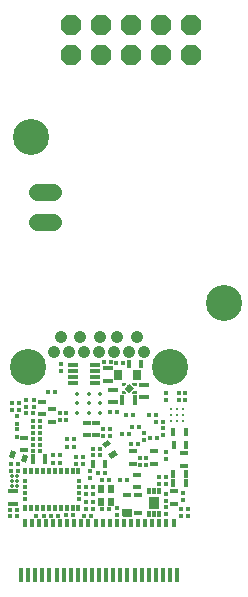
<source format=gbs>
G75*
%MOIN*%
%OFA0B0*%
%FSLAX25Y25*%
%IPPOS*%
%LPD*%
%AMOC8*
5,1,8,0,0,1.08239X$1,22.5*
%
%ADD10C,0.04137*%
%ADD11R,0.01381X0.01775*%
%ADD12R,0.02562X0.01775*%
%ADD13R,0.01775X0.01381*%
%ADD14R,0.01775X0.03350*%
%ADD15R,0.03350X0.01775*%
%ADD16R,0.01775X0.02562*%
%ADD17R,0.02956X0.03743*%
%ADD18C,0.00200*%
%ADD19OC8,0.06800*%
%ADD20C,0.01381*%
%ADD21R,0.02169X0.02562*%
%ADD22C,0.05600*%
%ADD23R,0.01184X0.02070*%
%ADD24R,0.01676X0.01184*%
%ADD25R,0.02956X0.01775*%
%ADD26R,0.02444X0.02169*%
%ADD27C,0.00000*%
%ADD28C,0.00001*%
%ADD29R,0.01381X0.05121*%
%ADD30R,0.01381X0.02562*%
%ADD31R,0.03350X0.04137*%
%ADD32R,0.01381X0.01972*%
%ADD33C,0.01184*%
%ADD34R,0.03350X0.01381*%
%ADD35C,0.01400*%
%ADD36C,0.12011*%
D10*
X0183000Y0124260D03*
X0188000Y0124260D03*
X0193000Y0124260D03*
X0198000Y0124260D03*
X0203000Y0124260D03*
X0208000Y0124260D03*
X0213000Y0124260D03*
X0210599Y0129300D03*
X0204103Y0129300D03*
X0198197Y0129300D03*
X0191701Y0129300D03*
X0185205Y0129300D03*
D11*
X0168237Y0069615D03*
X0168197Y0071662D03*
X0170559Y0071662D03*
X0170599Y0069615D03*
X0177134Y0069851D03*
X0179496Y0069851D03*
X0182056Y0069851D03*
X0184418Y0069851D03*
X0186977Y0069930D03*
X0189339Y0069930D03*
X0193079Y0069851D03*
X0193670Y0072016D03*
X0196032Y0072016D03*
X0195441Y0069851D03*
X0199103Y0071977D03*
X0201465Y0071977D03*
X0196032Y0074378D03*
X0193670Y0074378D03*
X0193670Y0076937D03*
X0196032Y0076937D03*
X0196032Y0079300D03*
X0193670Y0079300D03*
X0198906Y0081583D03*
X0201268Y0081583D03*
X0199851Y0084103D03*
X0197489Y0084103D03*
X0198394Y0089930D03*
X0198394Y0092095D03*
X0196032Y0092095D03*
X0196032Y0089930D03*
X0189733Y0092685D03*
X0187370Y0092685D03*
X0187370Y0095244D03*
X0189733Y0095244D03*
X0178315Y0095441D03*
X0178315Y0093473D03*
X0178315Y0091504D03*
X0175953Y0091504D03*
X0175953Y0093473D03*
X0175953Y0095441D03*
X0175953Y0097410D03*
X0175953Y0099378D03*
X0175953Y0101347D03*
X0178315Y0101347D03*
X0178315Y0099378D03*
X0178315Y0097410D03*
X0176071Y0104103D03*
X0173709Y0104103D03*
X0180953Y0111189D03*
X0183315Y0111189D03*
X0199496Y0121150D03*
X0201859Y0121150D03*
X0203512Y0120835D03*
X0205874Y0120835D03*
X0204063Y0104418D03*
X0201701Y0104418D03*
X0206977Y0103276D03*
X0209339Y0103276D03*
X0209024Y0099378D03*
X0211386Y0099378D03*
X0208040Y0097016D03*
X0205678Y0097016D03*
X0208630Y0093867D03*
X0210993Y0093867D03*
X0215048Y0095874D03*
X0217410Y0095874D03*
X0217095Y0100953D03*
X0216937Y0103276D03*
X0214575Y0103276D03*
X0219457Y0100953D03*
X0207449Y0081662D03*
X0205087Y0081662D03*
X0225166Y0072213D03*
X0227528Y0072213D03*
X0227528Y0069851D03*
X0225166Y0069851D03*
X0170835Y0084890D03*
X0170835Y0086937D03*
X0168473Y0086937D03*
X0168473Y0084890D03*
D12*
X0173119Y0091609D03*
X0173119Y0095809D03*
X0179103Y0103578D03*
X0182174Y0105415D03*
X0179103Y0107778D03*
X0182174Y0101215D03*
X0193867Y0100848D03*
X0196859Y0100809D03*
X0196859Y0096609D03*
X0193867Y0096648D03*
X0209221Y0091242D03*
X0209221Y0087042D03*
X0210796Y0083565D03*
X0216307Y0087042D03*
X0216307Y0091242D03*
X0226268Y0090573D03*
X0226268Y0086373D03*
X0223000Y0078053D03*
X0223000Y0073853D03*
X0210796Y0079365D03*
D13*
X0217882Y0080284D03*
X0220205Y0080284D03*
X0220205Y0082646D03*
X0217882Y0082646D03*
X0213748Y0086780D03*
X0211780Y0086780D03*
X0211780Y0089142D03*
X0213748Y0089142D03*
X0212961Y0095048D03*
X0212961Y0097410D03*
X0219457Y0096622D03*
X0219457Y0098985D03*
X0220441Y0091071D03*
X0220441Y0088709D03*
X0220284Y0077174D03*
X0220284Y0074811D03*
X0220244Y0072607D03*
X0220244Y0070244D03*
X0225953Y0075205D03*
X0225953Y0077567D03*
X0203827Y0072331D03*
X0203827Y0069969D03*
X0194851Y0082449D03*
X0194851Y0084811D03*
X0192685Y0087174D03*
X0190323Y0087174D03*
X0190323Y0089536D03*
X0192685Y0089536D03*
X0185008Y0089930D03*
X0182646Y0089930D03*
X0182646Y0087567D03*
X0185008Y0087567D03*
X0170638Y0096229D03*
X0170638Y0098591D03*
X0170638Y0100559D03*
X0170638Y0102922D03*
X0171426Y0105087D03*
X0171426Y0107449D03*
X0168985Y0107449D03*
X0168985Y0105087D03*
X0173788Y0106071D03*
X0173788Y0108433D03*
X0176347Y0108433D03*
X0176347Y0106071D03*
X0184930Y0104103D03*
X0187134Y0104103D03*
X0187134Y0101741D03*
X0184930Y0101741D03*
X0199260Y0098788D03*
X0201583Y0098748D03*
X0201583Y0096386D03*
X0199260Y0096426D03*
X0220441Y0108237D03*
X0220441Y0110599D03*
X0224575Y0110599D03*
X0226741Y0110599D03*
X0226741Y0108237D03*
X0224575Y0108237D03*
X0185402Y0118158D03*
X0185402Y0120520D03*
D14*
X0205625Y0108276D03*
X0209825Y0108276D03*
X0180022Y0088748D03*
X0175822Y0088748D03*
D15*
X0169260Y0078014D03*
X0169260Y0073814D03*
X0202725Y0107633D03*
X0202725Y0111833D03*
X0201071Y0114837D03*
X0201071Y0119037D03*
X0212961Y0113486D03*
X0212961Y0109286D03*
D16*
X0212108Y0120284D03*
X0207908Y0120284D03*
X0222672Y0097646D03*
X0226872Y0097646D03*
X0227030Y0093276D03*
X0222830Y0093276D03*
X0222672Y0083827D03*
X0222672Y0080874D03*
X0226872Y0080874D03*
X0226872Y0083827D03*
G36*
X0202029Y0088764D02*
X0201094Y0090270D01*
X0203271Y0091620D01*
X0204206Y0090114D01*
X0202029Y0088764D01*
G37*
X0200100Y0087174D03*
X0195900Y0087174D03*
G36*
X0199816Y0092334D02*
X0198881Y0093840D01*
X0201058Y0095190D01*
X0201993Y0093684D01*
X0199816Y0092334D01*
G37*
G36*
X0173482Y0087435D02*
X0171804Y0088010D01*
X0172634Y0090433D01*
X0174312Y0089858D01*
X0173482Y0087435D01*
G37*
G36*
X0169508Y0088796D02*
X0167830Y0089371D01*
X0168660Y0091794D01*
X0170338Y0091219D01*
X0169508Y0088796D01*
G37*
D17*
X0204339Y0116819D03*
X0210796Y0116819D03*
D18*
X0210146Y0113965D02*
X0208926Y0113965D01*
X0209556Y0113335D01*
X0210146Y0113335D01*
X0210146Y0113965D01*
X0210146Y0113881D02*
X0209009Y0113881D01*
X0209208Y0113683D02*
X0210146Y0113683D01*
X0210146Y0113484D02*
X0209406Y0113484D01*
X0208661Y0112889D02*
X0207025Y0112889D01*
X0207223Y0113087D02*
X0208462Y0113087D01*
X0208264Y0113286D02*
X0207422Y0113286D01*
X0207620Y0113484D02*
X0208065Y0113484D01*
X0207867Y0113683D02*
X0207819Y0113683D01*
X0207843Y0113707D02*
X0209179Y0112370D01*
X0207843Y0111034D01*
X0206507Y0112370D01*
X0207843Y0113707D01*
X0206760Y0113965D02*
X0206130Y0113335D01*
X0205540Y0113335D01*
X0205540Y0113965D01*
X0206760Y0113965D01*
X0206677Y0113881D02*
X0205540Y0113881D01*
X0205540Y0113683D02*
X0206478Y0113683D01*
X0206279Y0113484D02*
X0205540Y0113484D01*
X0206628Y0112492D02*
X0209058Y0112492D01*
X0209102Y0112293D02*
X0206584Y0112293D01*
X0206783Y0112095D02*
X0208903Y0112095D01*
X0208705Y0111896D02*
X0206981Y0111896D01*
X0207180Y0111698D02*
X0208506Y0111698D01*
X0208308Y0111499D02*
X0207378Y0111499D01*
X0207577Y0111301D02*
X0208109Y0111301D01*
X0207911Y0111102D02*
X0207775Y0111102D01*
X0206760Y0110776D02*
X0206130Y0111406D01*
X0205540Y0111406D01*
X0205540Y0110776D01*
X0206760Y0110776D01*
X0206633Y0110904D02*
X0205540Y0110904D01*
X0205540Y0111102D02*
X0206434Y0111102D01*
X0206236Y0111301D02*
X0205540Y0111301D01*
X0206826Y0112690D02*
X0208859Y0112690D01*
X0209556Y0111406D02*
X0210146Y0111406D01*
X0210146Y0110776D01*
X0208926Y0110776D01*
X0209556Y0111406D01*
X0209450Y0111301D02*
X0210146Y0111301D01*
X0210146Y0111102D02*
X0209252Y0111102D01*
X0209053Y0110904D02*
X0210146Y0110904D01*
D19*
X0208630Y0223512D03*
X0198630Y0223512D03*
X0188630Y0223512D03*
X0188630Y0233512D03*
X0198630Y0233512D03*
X0208630Y0233512D03*
X0218630Y0233512D03*
X0228630Y0233512D03*
X0228630Y0223512D03*
X0218630Y0223512D03*
D20*
X0198433Y0110402D03*
X0198433Y0107252D03*
X0198433Y0104103D03*
X0194496Y0104103D03*
X0194496Y0107252D03*
X0194496Y0110402D03*
X0190559Y0110402D03*
X0190559Y0107252D03*
X0190559Y0104103D03*
D21*
X0198670Y0078827D03*
X0201819Y0078827D03*
X0201819Y0074496D03*
X0198670Y0074496D03*
D22*
X0182590Y0167882D02*
X0177190Y0167882D01*
X0177190Y0177882D02*
X0182590Y0177882D01*
D23*
X0183237Y0084654D03*
X0185205Y0084654D03*
X0187174Y0084654D03*
X0189142Y0084654D03*
X0191111Y0084654D03*
X0181268Y0084654D03*
X0179300Y0084654D03*
X0177331Y0084654D03*
X0175363Y0084654D03*
X0173394Y0084654D03*
X0173394Y0072370D03*
X0175363Y0072370D03*
X0177331Y0072370D03*
X0179300Y0072370D03*
X0181268Y0072370D03*
X0183237Y0072370D03*
X0185205Y0072370D03*
X0187174Y0072370D03*
X0189142Y0072370D03*
X0191111Y0072370D03*
D24*
X0191307Y0075559D03*
X0191307Y0077528D03*
X0191307Y0079496D03*
X0191307Y0081465D03*
X0173197Y0081465D03*
X0173197Y0079496D03*
X0173197Y0077528D03*
X0173197Y0075559D03*
D25*
X0207154Y0076839D03*
X0210894Y0076839D03*
X0210894Y0070737D03*
D26*
X0207351Y0070933D03*
D27*
X0206170Y0069831D02*
X0205599Y0070402D01*
X0205599Y0072036D01*
X0208591Y0072036D01*
X0208591Y0069831D01*
X0206170Y0069831D01*
D28*
X0208591Y0069831D01*
X0208591Y0069832D02*
X0206169Y0069832D01*
X0206168Y0069833D02*
X0208591Y0069833D01*
X0208591Y0069834D02*
X0206167Y0069834D01*
X0206166Y0069835D02*
X0208591Y0069835D01*
X0208591Y0069836D02*
X0206165Y0069836D01*
X0206164Y0069837D02*
X0208591Y0069837D01*
X0208591Y0069838D02*
X0206163Y0069838D01*
X0206162Y0069839D02*
X0208591Y0069839D01*
X0208591Y0069840D02*
X0206161Y0069840D01*
X0206160Y0069841D02*
X0208591Y0069841D01*
X0208591Y0069842D02*
X0206159Y0069842D01*
X0206158Y0069843D02*
X0208591Y0069843D01*
X0208591Y0069844D02*
X0206157Y0069844D01*
X0206156Y0069845D02*
X0208591Y0069845D01*
X0208591Y0069846D02*
X0206155Y0069846D01*
X0206154Y0069847D02*
X0208591Y0069847D01*
X0208591Y0069848D02*
X0206153Y0069848D01*
X0206152Y0069849D02*
X0208591Y0069849D01*
X0208591Y0069850D02*
X0206151Y0069850D01*
X0206150Y0069851D02*
X0208591Y0069851D01*
X0208591Y0069852D02*
X0206149Y0069852D01*
X0206148Y0069853D02*
X0208591Y0069853D01*
X0208591Y0069854D02*
X0206147Y0069854D01*
X0206146Y0069855D02*
X0208591Y0069855D01*
X0208591Y0069856D02*
X0206145Y0069856D01*
X0206144Y0069857D02*
X0208591Y0069857D01*
X0208591Y0069858D02*
X0206143Y0069858D01*
X0206142Y0069859D02*
X0208591Y0069859D01*
X0208591Y0069860D02*
X0206141Y0069860D01*
X0206140Y0069861D02*
X0208591Y0069861D01*
X0208591Y0069862D02*
X0206139Y0069862D01*
X0206138Y0069863D02*
X0208591Y0069863D01*
X0208591Y0069864D02*
X0206137Y0069864D01*
X0206136Y0069865D02*
X0208591Y0069865D01*
X0208591Y0069866D02*
X0206135Y0069866D01*
X0206134Y0069867D02*
X0208591Y0069867D01*
X0208591Y0069868D02*
X0206133Y0069868D01*
X0206132Y0069869D02*
X0208591Y0069869D01*
X0206131Y0069869D01*
X0206130Y0069870D02*
X0208591Y0069870D01*
X0208591Y0069871D02*
X0206129Y0069871D01*
X0206128Y0069872D02*
X0208591Y0069872D01*
X0208591Y0069873D02*
X0206127Y0069873D01*
X0206126Y0069874D02*
X0208591Y0069874D01*
X0208591Y0069875D02*
X0206125Y0069875D01*
X0206124Y0069876D02*
X0208591Y0069876D01*
X0208591Y0069877D02*
X0206123Y0069877D01*
X0206122Y0069878D02*
X0208591Y0069878D01*
X0208591Y0069879D02*
X0206121Y0069879D01*
X0206120Y0069880D02*
X0208591Y0069880D01*
X0208591Y0069881D02*
X0206119Y0069881D01*
X0206119Y0069882D02*
X0208591Y0069882D01*
X0208591Y0069883D02*
X0206118Y0069883D01*
X0206117Y0069884D02*
X0208591Y0069884D01*
X0208591Y0069885D02*
X0206116Y0069885D01*
X0206115Y0069886D02*
X0208591Y0069886D01*
X0208591Y0069887D02*
X0206114Y0069887D01*
X0206113Y0069888D02*
X0208591Y0069888D01*
X0208591Y0069889D02*
X0206112Y0069889D01*
X0206111Y0069890D02*
X0208591Y0069890D01*
X0208591Y0069891D02*
X0206110Y0069891D01*
X0206109Y0069892D02*
X0208591Y0069892D01*
X0208591Y0069893D02*
X0206108Y0069893D01*
X0206107Y0069894D02*
X0208591Y0069894D01*
X0208591Y0069895D02*
X0206106Y0069895D01*
X0206105Y0069896D02*
X0208591Y0069896D01*
X0208591Y0069897D02*
X0206104Y0069897D01*
X0206103Y0069898D02*
X0208591Y0069898D01*
X0208591Y0069899D02*
X0206102Y0069899D01*
X0206101Y0069900D02*
X0208591Y0069900D01*
X0208591Y0069901D02*
X0206100Y0069901D01*
X0206099Y0069902D02*
X0208591Y0069902D01*
X0208591Y0069903D02*
X0206098Y0069903D01*
X0206097Y0069904D02*
X0208591Y0069904D01*
X0208591Y0069905D02*
X0206096Y0069905D01*
X0206095Y0069906D02*
X0208591Y0069906D01*
X0208591Y0069907D02*
X0206094Y0069907D01*
X0206093Y0069908D02*
X0208591Y0069908D01*
X0208591Y0069909D02*
X0206092Y0069909D01*
X0206091Y0069910D02*
X0208591Y0069910D01*
X0208591Y0069911D02*
X0206090Y0069911D01*
X0206089Y0069912D02*
X0208591Y0069912D01*
X0208591Y0069913D02*
X0206088Y0069913D01*
X0206087Y0069914D02*
X0208591Y0069914D01*
X0208591Y0069915D02*
X0206086Y0069915D01*
X0206085Y0069916D02*
X0208591Y0069916D01*
X0208591Y0069917D02*
X0206084Y0069917D01*
X0206083Y0069918D02*
X0208591Y0069918D01*
X0208591Y0069919D02*
X0206082Y0069919D01*
X0206081Y0069920D02*
X0208591Y0069920D01*
X0208591Y0069921D02*
X0206080Y0069921D01*
X0206079Y0069922D02*
X0208591Y0069922D01*
X0208591Y0069923D02*
X0206078Y0069923D01*
X0206077Y0069924D02*
X0208591Y0069924D01*
X0208591Y0069925D02*
X0206076Y0069925D01*
X0206075Y0069926D02*
X0208591Y0069926D01*
X0208591Y0069927D02*
X0206074Y0069927D01*
X0206073Y0069928D02*
X0208591Y0069928D01*
X0208591Y0069929D02*
X0206072Y0069929D01*
X0206071Y0069930D02*
X0208591Y0069930D01*
X0208591Y0069931D02*
X0206070Y0069931D01*
X0206069Y0069931D02*
X0208591Y0069931D01*
X0208591Y0069932D02*
X0206068Y0069932D01*
X0206067Y0069933D02*
X0208591Y0069933D01*
X0208591Y0069934D02*
X0206066Y0069934D01*
X0206065Y0069935D02*
X0208591Y0069935D01*
X0208591Y0069936D02*
X0206064Y0069936D01*
X0206063Y0069937D02*
X0208591Y0069937D01*
X0208591Y0069938D02*
X0206062Y0069938D01*
X0206061Y0069939D02*
X0208591Y0069939D01*
X0208591Y0069940D02*
X0206060Y0069940D01*
X0206059Y0069941D02*
X0208591Y0069941D01*
X0208591Y0069942D02*
X0206058Y0069942D01*
X0206057Y0069943D02*
X0208591Y0069943D01*
X0208591Y0069944D02*
X0206056Y0069944D01*
X0206056Y0069945D02*
X0208591Y0069945D01*
X0208591Y0069946D02*
X0206055Y0069946D01*
X0206054Y0069947D02*
X0208591Y0069947D01*
X0208591Y0069948D02*
X0206053Y0069948D01*
X0206052Y0069949D02*
X0208591Y0069949D01*
X0208591Y0069950D02*
X0206051Y0069950D01*
X0206050Y0069951D02*
X0208591Y0069951D01*
X0208591Y0069952D02*
X0206049Y0069952D01*
X0206048Y0069953D02*
X0208591Y0069953D01*
X0208591Y0069954D02*
X0206047Y0069954D01*
X0206046Y0069955D02*
X0208591Y0069955D01*
X0208591Y0069956D02*
X0206045Y0069956D01*
X0206044Y0069957D02*
X0208591Y0069957D01*
X0208591Y0069958D02*
X0206043Y0069958D01*
X0206042Y0069959D02*
X0208591Y0069959D01*
X0208591Y0069960D02*
X0206041Y0069960D01*
X0206040Y0069961D02*
X0208591Y0069961D01*
X0208591Y0069962D02*
X0206039Y0069962D01*
X0206038Y0069963D02*
X0208591Y0069963D01*
X0208591Y0069964D02*
X0206037Y0069964D01*
X0206036Y0069965D02*
X0208591Y0069965D01*
X0208591Y0069966D02*
X0206035Y0069966D01*
X0206034Y0069967D02*
X0208591Y0069967D01*
X0208591Y0069968D02*
X0206033Y0069968D01*
X0206032Y0069969D02*
X0208591Y0069969D01*
X0208591Y0069970D02*
X0206031Y0069970D01*
X0206030Y0069971D02*
X0208591Y0069971D01*
X0208591Y0069972D02*
X0206029Y0069972D01*
X0206028Y0069973D02*
X0208591Y0069973D01*
X0208591Y0069974D02*
X0206027Y0069974D01*
X0206026Y0069975D02*
X0208591Y0069975D01*
X0208591Y0069976D02*
X0206025Y0069976D01*
X0206024Y0069977D02*
X0208591Y0069977D01*
X0208591Y0069978D02*
X0206023Y0069978D01*
X0206022Y0069979D02*
X0208591Y0069979D01*
X0208591Y0069980D02*
X0206021Y0069980D01*
X0206020Y0069981D02*
X0208591Y0069981D01*
X0208591Y0069982D02*
X0206019Y0069982D01*
X0206018Y0069983D02*
X0208591Y0069983D01*
X0208591Y0069984D02*
X0206017Y0069984D01*
X0206016Y0069985D02*
X0208591Y0069985D01*
X0208591Y0069986D02*
X0206015Y0069986D01*
X0206014Y0069987D02*
X0208591Y0069987D01*
X0208591Y0069988D02*
X0206013Y0069988D01*
X0206012Y0069989D02*
X0208591Y0069989D01*
X0208591Y0069990D02*
X0206011Y0069990D01*
X0206010Y0069991D02*
X0208591Y0069991D01*
X0208591Y0069992D02*
X0206009Y0069992D01*
X0206008Y0069993D02*
X0208591Y0069993D01*
X0208591Y0069994D02*
X0206007Y0069994D01*
X0206006Y0069994D02*
X0208591Y0069994D01*
X0208591Y0069995D02*
X0206005Y0069995D01*
X0206004Y0069996D02*
X0208591Y0069996D01*
X0208591Y0069997D02*
X0206003Y0069997D01*
X0206002Y0069998D02*
X0208591Y0069998D01*
X0208591Y0069999D02*
X0206001Y0069999D01*
X0206000Y0070000D02*
X0208591Y0070000D01*
X0208591Y0070001D02*
X0205999Y0070001D01*
X0205998Y0070002D02*
X0208591Y0070002D01*
X0208591Y0070003D02*
X0205997Y0070003D01*
X0205996Y0070004D02*
X0208591Y0070004D01*
X0208591Y0070005D02*
X0205995Y0070005D01*
X0205994Y0070006D02*
X0208591Y0070006D01*
X0208591Y0070007D02*
X0205994Y0070007D01*
X0205993Y0070008D02*
X0208591Y0070008D01*
X0208591Y0070009D02*
X0205992Y0070009D01*
X0205991Y0070010D02*
X0208591Y0070010D01*
X0208591Y0070011D02*
X0205990Y0070011D01*
X0205989Y0070012D02*
X0208591Y0070012D01*
X0208591Y0070013D02*
X0205988Y0070013D01*
X0205987Y0070014D02*
X0208591Y0070014D01*
X0208591Y0070015D02*
X0205986Y0070015D01*
X0205985Y0070016D02*
X0208591Y0070016D01*
X0208591Y0070017D02*
X0205984Y0070017D01*
X0205983Y0070018D02*
X0208591Y0070018D01*
X0208591Y0070019D02*
X0205982Y0070019D01*
X0205981Y0070020D02*
X0208591Y0070020D01*
X0208591Y0070021D02*
X0205980Y0070021D01*
X0205979Y0070022D02*
X0208591Y0070022D01*
X0208591Y0070023D02*
X0205978Y0070023D01*
X0205977Y0070024D02*
X0208591Y0070024D01*
X0208591Y0070025D02*
X0205976Y0070025D01*
X0205975Y0070026D02*
X0208591Y0070026D01*
X0208591Y0070027D02*
X0205974Y0070027D01*
X0205973Y0070028D02*
X0208591Y0070028D01*
X0208591Y0070029D02*
X0205972Y0070029D01*
X0205971Y0070030D02*
X0208591Y0070030D01*
X0208591Y0070031D02*
X0205970Y0070031D01*
X0205969Y0070032D02*
X0208591Y0070032D01*
X0208591Y0070033D02*
X0205968Y0070033D01*
X0205967Y0070034D02*
X0208591Y0070034D01*
X0208591Y0070035D02*
X0205966Y0070035D01*
X0205965Y0070036D02*
X0208591Y0070036D01*
X0208591Y0070037D02*
X0205964Y0070037D01*
X0205963Y0070038D02*
X0208591Y0070038D01*
X0208591Y0070039D02*
X0205962Y0070039D01*
X0205961Y0070040D02*
X0208591Y0070040D01*
X0208591Y0070041D02*
X0205960Y0070041D01*
X0205959Y0070042D02*
X0208591Y0070042D01*
X0208591Y0070043D02*
X0205958Y0070043D01*
X0205957Y0070044D02*
X0208591Y0070044D01*
X0208591Y0070045D02*
X0205956Y0070045D01*
X0205955Y0070046D02*
X0208591Y0070046D01*
X0208591Y0070047D02*
X0205954Y0070047D01*
X0205953Y0070048D02*
X0208591Y0070048D01*
X0208591Y0070049D02*
X0205952Y0070049D01*
X0205951Y0070050D02*
X0208591Y0070050D01*
X0208591Y0070051D02*
X0205950Y0070051D01*
X0205949Y0070052D02*
X0208591Y0070052D01*
X0208591Y0070053D02*
X0205948Y0070053D01*
X0205947Y0070054D02*
X0208591Y0070054D01*
X0208591Y0070055D02*
X0205946Y0070055D01*
X0205945Y0070056D02*
X0208591Y0070056D01*
X0205944Y0070056D01*
X0205943Y0070057D02*
X0208591Y0070057D01*
X0208591Y0070058D02*
X0205942Y0070058D01*
X0205941Y0070059D02*
X0208591Y0070059D01*
X0208591Y0070060D02*
X0205940Y0070060D01*
X0205939Y0070061D02*
X0208591Y0070061D01*
X0208591Y0070062D02*
X0205938Y0070062D01*
X0205937Y0070063D02*
X0208591Y0070063D01*
X0208591Y0070064D02*
X0205936Y0070064D01*
X0205935Y0070065D02*
X0208591Y0070065D01*
X0208591Y0070066D02*
X0205934Y0070066D01*
X0205933Y0070067D02*
X0208591Y0070067D01*
X0208591Y0070068D02*
X0205932Y0070068D01*
X0205931Y0070069D02*
X0208591Y0070069D01*
X0208591Y0070070D02*
X0205931Y0070070D01*
X0205930Y0070071D02*
X0208591Y0070071D01*
X0208591Y0070072D02*
X0205929Y0070072D01*
X0205928Y0070073D02*
X0208591Y0070073D01*
X0208591Y0070074D02*
X0205927Y0070074D01*
X0205926Y0070075D02*
X0208591Y0070075D01*
X0208591Y0070076D02*
X0205925Y0070076D01*
X0205924Y0070077D02*
X0208591Y0070077D01*
X0208591Y0070078D02*
X0205923Y0070078D01*
X0205922Y0070079D02*
X0208591Y0070079D01*
X0208591Y0070080D02*
X0205921Y0070080D01*
X0205920Y0070081D02*
X0208591Y0070081D01*
X0208591Y0070082D02*
X0205919Y0070082D01*
X0205918Y0070083D02*
X0208591Y0070083D01*
X0208591Y0070084D02*
X0205917Y0070084D01*
X0205916Y0070085D02*
X0208591Y0070085D01*
X0208591Y0070086D02*
X0205915Y0070086D01*
X0205914Y0070087D02*
X0208591Y0070087D01*
X0208591Y0070088D02*
X0205913Y0070088D01*
X0205912Y0070089D02*
X0208591Y0070089D01*
X0208591Y0070090D02*
X0205911Y0070090D01*
X0205910Y0070091D02*
X0208591Y0070091D01*
X0208591Y0070092D02*
X0205909Y0070092D01*
X0205908Y0070093D02*
X0208591Y0070093D01*
X0208591Y0070094D02*
X0205907Y0070094D01*
X0205906Y0070095D02*
X0208591Y0070095D01*
X0208591Y0070096D02*
X0205905Y0070096D01*
X0205904Y0070097D02*
X0208591Y0070097D01*
X0208591Y0070098D02*
X0205903Y0070098D01*
X0205902Y0070099D02*
X0208591Y0070099D01*
X0208591Y0070100D02*
X0205901Y0070100D01*
X0205900Y0070101D02*
X0208591Y0070101D01*
X0208591Y0070102D02*
X0205899Y0070102D01*
X0205898Y0070103D02*
X0208591Y0070103D01*
X0208591Y0070104D02*
X0205897Y0070104D01*
X0205896Y0070105D02*
X0208591Y0070105D01*
X0208591Y0070106D02*
X0205895Y0070106D01*
X0205894Y0070107D02*
X0208591Y0070107D01*
X0208591Y0070108D02*
X0205893Y0070108D01*
X0205892Y0070109D02*
X0208591Y0070109D01*
X0208591Y0070110D02*
X0205891Y0070110D01*
X0205890Y0070111D02*
X0208591Y0070111D01*
X0208591Y0070112D02*
X0205889Y0070112D01*
X0205888Y0070113D02*
X0208591Y0070113D01*
X0208591Y0070114D02*
X0205887Y0070114D01*
X0205886Y0070115D02*
X0208591Y0070115D01*
X0208591Y0070116D02*
X0205885Y0070116D01*
X0205884Y0070117D02*
X0208591Y0070117D01*
X0208591Y0070118D02*
X0205883Y0070118D01*
X0205882Y0070119D02*
X0208591Y0070119D01*
X0205881Y0070119D01*
X0205880Y0070120D02*
X0208591Y0070120D01*
X0208591Y0070121D02*
X0205879Y0070121D01*
X0205878Y0070122D02*
X0208591Y0070122D01*
X0208591Y0070123D02*
X0205877Y0070123D01*
X0205876Y0070124D02*
X0208591Y0070124D01*
X0208591Y0070125D02*
X0205875Y0070125D01*
X0205874Y0070126D02*
X0208591Y0070126D01*
X0208591Y0070127D02*
X0205873Y0070127D01*
X0205872Y0070128D02*
X0208591Y0070128D01*
X0208591Y0070129D02*
X0205871Y0070129D01*
X0205870Y0070130D02*
X0208591Y0070130D01*
X0208591Y0070131D02*
X0205869Y0070131D01*
X0205869Y0070132D02*
X0208591Y0070132D01*
X0208591Y0070133D02*
X0205868Y0070133D01*
X0205867Y0070134D02*
X0208591Y0070134D01*
X0208591Y0070135D02*
X0205866Y0070135D01*
X0205865Y0070136D02*
X0208591Y0070136D01*
X0208591Y0070137D02*
X0205864Y0070137D01*
X0205863Y0070138D02*
X0208591Y0070138D01*
X0208591Y0070139D02*
X0205862Y0070139D01*
X0205861Y0070140D02*
X0208591Y0070140D01*
X0208591Y0070141D02*
X0205860Y0070141D01*
X0205859Y0070142D02*
X0208591Y0070142D01*
X0208591Y0070143D02*
X0205858Y0070143D01*
X0205857Y0070144D02*
X0208591Y0070144D01*
X0208591Y0070145D02*
X0205856Y0070145D01*
X0205855Y0070146D02*
X0208591Y0070146D01*
X0208591Y0070147D02*
X0205854Y0070147D01*
X0205853Y0070148D02*
X0208591Y0070148D01*
X0208591Y0070149D02*
X0205852Y0070149D01*
X0205851Y0070150D02*
X0208591Y0070150D01*
X0208591Y0070151D02*
X0205850Y0070151D01*
X0205849Y0070152D02*
X0208591Y0070152D01*
X0208591Y0070153D02*
X0205848Y0070153D01*
X0205847Y0070154D02*
X0208591Y0070154D01*
X0208591Y0070155D02*
X0205846Y0070155D01*
X0205845Y0070156D02*
X0208591Y0070156D01*
X0208591Y0070157D02*
X0205844Y0070157D01*
X0205843Y0070158D02*
X0208591Y0070158D01*
X0208591Y0070159D02*
X0205842Y0070159D01*
X0205841Y0070160D02*
X0208591Y0070160D01*
X0208591Y0070161D02*
X0205840Y0070161D01*
X0205839Y0070162D02*
X0208591Y0070162D01*
X0208591Y0070163D02*
X0205838Y0070163D01*
X0205837Y0070164D02*
X0208591Y0070164D01*
X0208591Y0070165D02*
X0205836Y0070165D01*
X0205835Y0070166D02*
X0208591Y0070166D01*
X0208591Y0070167D02*
X0205834Y0070167D01*
X0205833Y0070168D02*
X0208591Y0070168D01*
X0208591Y0070169D02*
X0205832Y0070169D01*
X0205831Y0070170D02*
X0208591Y0070170D01*
X0208591Y0070171D02*
X0205830Y0070171D01*
X0205829Y0070172D02*
X0208591Y0070172D01*
X0208591Y0070173D02*
X0205828Y0070173D01*
X0205827Y0070174D02*
X0208591Y0070174D01*
X0208591Y0070175D02*
X0205826Y0070175D01*
X0205825Y0070176D02*
X0208591Y0070176D01*
X0208591Y0070177D02*
X0205824Y0070177D01*
X0205823Y0070178D02*
X0208591Y0070178D01*
X0208591Y0070179D02*
X0205822Y0070179D01*
X0205821Y0070180D02*
X0208591Y0070180D01*
X0208591Y0070181D02*
X0205820Y0070181D01*
X0205819Y0070181D02*
X0208591Y0070181D01*
X0208591Y0070182D02*
X0205818Y0070182D01*
X0205817Y0070183D02*
X0208591Y0070183D01*
X0208591Y0070184D02*
X0205816Y0070184D01*
X0205815Y0070185D02*
X0208591Y0070185D01*
X0208591Y0070186D02*
X0205814Y0070186D01*
X0205813Y0070187D02*
X0208591Y0070187D01*
X0208591Y0070188D02*
X0205812Y0070188D01*
X0205811Y0070189D02*
X0208591Y0070189D01*
X0208591Y0070190D02*
X0205810Y0070190D01*
X0205809Y0070191D02*
X0208591Y0070191D01*
X0208591Y0070192D02*
X0205808Y0070192D01*
X0205807Y0070193D02*
X0208591Y0070193D01*
X0208591Y0070194D02*
X0205806Y0070194D01*
X0205806Y0070195D02*
X0208591Y0070195D01*
X0208591Y0070196D02*
X0205805Y0070196D01*
X0205804Y0070197D02*
X0208591Y0070197D01*
X0208591Y0070198D02*
X0205803Y0070198D01*
X0205802Y0070199D02*
X0208591Y0070199D01*
X0208591Y0070200D02*
X0205801Y0070200D01*
X0205800Y0070201D02*
X0208591Y0070201D01*
X0208591Y0070202D02*
X0205799Y0070202D01*
X0205798Y0070203D02*
X0208591Y0070203D01*
X0208591Y0070204D02*
X0205797Y0070204D01*
X0205796Y0070205D02*
X0208591Y0070205D01*
X0208591Y0070206D02*
X0205795Y0070206D01*
X0205794Y0070207D02*
X0208591Y0070207D01*
X0208591Y0070208D02*
X0205793Y0070208D01*
X0205792Y0070209D02*
X0208591Y0070209D01*
X0208591Y0070210D02*
X0205791Y0070210D01*
X0205790Y0070211D02*
X0208591Y0070211D01*
X0208591Y0070212D02*
X0205789Y0070212D01*
X0205788Y0070213D02*
X0208591Y0070213D01*
X0208591Y0070214D02*
X0205787Y0070214D01*
X0205786Y0070215D02*
X0208591Y0070215D01*
X0208591Y0070216D02*
X0205785Y0070216D01*
X0205784Y0070217D02*
X0208591Y0070217D01*
X0208591Y0070218D02*
X0205783Y0070218D01*
X0205782Y0070219D02*
X0208591Y0070219D01*
X0208591Y0070220D02*
X0205781Y0070220D01*
X0205780Y0070221D02*
X0208591Y0070221D01*
X0208591Y0070222D02*
X0205779Y0070222D01*
X0205778Y0070223D02*
X0208591Y0070223D01*
X0208591Y0070224D02*
X0205777Y0070224D01*
X0205776Y0070225D02*
X0208591Y0070225D01*
X0208591Y0070226D02*
X0205775Y0070226D01*
X0205774Y0070227D02*
X0208591Y0070227D01*
X0208591Y0070228D02*
X0205773Y0070228D01*
X0205772Y0070229D02*
X0208591Y0070229D01*
X0208591Y0070230D02*
X0205771Y0070230D01*
X0205770Y0070231D02*
X0208591Y0070231D01*
X0208591Y0070232D02*
X0205769Y0070232D01*
X0205768Y0070233D02*
X0208591Y0070233D01*
X0208591Y0070234D02*
X0205767Y0070234D01*
X0205766Y0070235D02*
X0208591Y0070235D01*
X0208591Y0070236D02*
X0205765Y0070236D01*
X0205764Y0070237D02*
X0208591Y0070237D01*
X0208591Y0070238D02*
X0205763Y0070238D01*
X0205762Y0070239D02*
X0208591Y0070239D01*
X0208591Y0070240D02*
X0205761Y0070240D01*
X0205760Y0070241D02*
X0208591Y0070241D01*
X0208591Y0070242D02*
X0205759Y0070242D01*
X0205758Y0070243D02*
X0208591Y0070243D01*
X0208591Y0070244D02*
X0205757Y0070244D01*
X0205756Y0070244D02*
X0208591Y0070244D01*
X0208591Y0070245D02*
X0205755Y0070245D01*
X0205754Y0070246D02*
X0208591Y0070246D01*
X0208591Y0070247D02*
X0205753Y0070247D01*
X0205752Y0070248D02*
X0208591Y0070248D01*
X0208591Y0070249D02*
X0205751Y0070249D01*
X0205750Y0070250D02*
X0208591Y0070250D01*
X0208591Y0070251D02*
X0205749Y0070251D01*
X0205748Y0070252D02*
X0208591Y0070252D01*
X0208591Y0070253D02*
X0205747Y0070253D01*
X0205746Y0070254D02*
X0208591Y0070254D01*
X0208591Y0070255D02*
X0205745Y0070255D01*
X0205744Y0070256D02*
X0208591Y0070256D01*
X0208591Y0070257D02*
X0205744Y0070257D01*
X0205743Y0070258D02*
X0208591Y0070258D01*
X0208591Y0070259D02*
X0205742Y0070259D01*
X0205741Y0070260D02*
X0208591Y0070260D01*
X0208591Y0070261D02*
X0205740Y0070261D01*
X0205739Y0070262D02*
X0208591Y0070262D01*
X0208591Y0070263D02*
X0205738Y0070263D01*
X0205737Y0070264D02*
X0208591Y0070264D01*
X0208591Y0070265D02*
X0205736Y0070265D01*
X0205735Y0070266D02*
X0208591Y0070266D01*
X0208591Y0070267D02*
X0205734Y0070267D01*
X0205733Y0070268D02*
X0208591Y0070268D01*
X0208591Y0070269D02*
X0205732Y0070269D01*
X0205731Y0070270D02*
X0208591Y0070270D01*
X0208591Y0070271D02*
X0205730Y0070271D01*
X0205729Y0070272D02*
X0208591Y0070272D01*
X0208591Y0070273D02*
X0205728Y0070273D01*
X0205727Y0070274D02*
X0208591Y0070274D01*
X0208591Y0070275D02*
X0205726Y0070275D01*
X0205725Y0070276D02*
X0208591Y0070276D01*
X0208591Y0070277D02*
X0205724Y0070277D01*
X0205723Y0070278D02*
X0208591Y0070278D01*
X0208591Y0070279D02*
X0205722Y0070279D01*
X0205721Y0070280D02*
X0208591Y0070280D01*
X0208591Y0070281D02*
X0205720Y0070281D01*
X0205719Y0070282D02*
X0208591Y0070282D01*
X0208591Y0070283D02*
X0205718Y0070283D01*
X0205717Y0070284D02*
X0208591Y0070284D01*
X0208591Y0070285D02*
X0205716Y0070285D01*
X0205715Y0070286D02*
X0208591Y0070286D01*
X0208591Y0070287D02*
X0205714Y0070287D01*
X0205713Y0070288D02*
X0208591Y0070288D01*
X0208591Y0070289D02*
X0205712Y0070289D01*
X0205711Y0070290D02*
X0208591Y0070290D01*
X0208591Y0070291D02*
X0205710Y0070291D01*
X0205709Y0070292D02*
X0208591Y0070292D01*
X0208591Y0070293D02*
X0205708Y0070293D01*
X0205707Y0070294D02*
X0208591Y0070294D01*
X0208591Y0070295D02*
X0205706Y0070295D01*
X0205705Y0070296D02*
X0208591Y0070296D01*
X0208591Y0070297D02*
X0205704Y0070297D01*
X0205703Y0070298D02*
X0208591Y0070298D01*
X0208591Y0070299D02*
X0205702Y0070299D01*
X0205701Y0070300D02*
X0208591Y0070300D01*
X0208591Y0070301D02*
X0205700Y0070301D01*
X0205699Y0070302D02*
X0208591Y0070302D01*
X0208591Y0070303D02*
X0205698Y0070303D01*
X0205697Y0070304D02*
X0208591Y0070304D01*
X0208591Y0070305D02*
X0205696Y0070305D01*
X0205695Y0070306D02*
X0208591Y0070306D01*
X0205694Y0070306D01*
X0205693Y0070307D02*
X0208591Y0070307D01*
X0208591Y0070308D02*
X0205692Y0070308D01*
X0205691Y0070309D02*
X0208591Y0070309D01*
X0208591Y0070310D02*
X0205690Y0070310D01*
X0205689Y0070311D02*
X0208591Y0070311D01*
X0208591Y0070312D02*
X0205688Y0070312D01*
X0205687Y0070313D02*
X0208591Y0070313D01*
X0208591Y0070314D02*
X0205686Y0070314D01*
X0205685Y0070315D02*
X0208591Y0070315D01*
X0208591Y0070316D02*
X0205684Y0070316D01*
X0205683Y0070317D02*
X0208591Y0070317D01*
X0208591Y0070318D02*
X0205682Y0070318D01*
X0205681Y0070319D02*
X0208591Y0070319D01*
X0208591Y0070320D02*
X0205681Y0070320D01*
X0205680Y0070321D02*
X0208591Y0070321D01*
X0208591Y0070322D02*
X0205679Y0070322D01*
X0205678Y0070323D02*
X0208591Y0070323D01*
X0208591Y0070324D02*
X0205677Y0070324D01*
X0205676Y0070325D02*
X0208591Y0070325D01*
X0208591Y0070326D02*
X0205675Y0070326D01*
X0205674Y0070327D02*
X0208591Y0070327D01*
X0208591Y0070328D02*
X0205673Y0070328D01*
X0205672Y0070329D02*
X0208591Y0070329D01*
X0208591Y0070330D02*
X0205671Y0070330D01*
X0205670Y0070331D02*
X0208591Y0070331D01*
X0208591Y0070332D02*
X0205669Y0070332D01*
X0205668Y0070333D02*
X0208591Y0070333D01*
X0208591Y0070334D02*
X0205667Y0070334D01*
X0205666Y0070335D02*
X0208591Y0070335D01*
X0208591Y0070336D02*
X0205665Y0070336D01*
X0205664Y0070337D02*
X0208591Y0070337D01*
X0208591Y0070338D02*
X0205663Y0070338D01*
X0205662Y0070339D02*
X0208591Y0070339D01*
X0208591Y0070340D02*
X0205661Y0070340D01*
X0205660Y0070341D02*
X0208591Y0070341D01*
X0208591Y0070342D02*
X0205659Y0070342D01*
X0205658Y0070343D02*
X0208591Y0070343D01*
X0208591Y0070344D02*
X0205657Y0070344D01*
X0205656Y0070345D02*
X0208591Y0070345D01*
X0208591Y0070346D02*
X0205655Y0070346D01*
X0205654Y0070347D02*
X0208591Y0070347D01*
X0208591Y0070348D02*
X0205653Y0070348D01*
X0205652Y0070349D02*
X0208591Y0070349D01*
X0208591Y0070350D02*
X0205651Y0070350D01*
X0205650Y0070351D02*
X0208591Y0070351D01*
X0208591Y0070352D02*
X0205649Y0070352D01*
X0205648Y0070353D02*
X0208591Y0070353D01*
X0208591Y0070354D02*
X0205647Y0070354D01*
X0205646Y0070355D02*
X0208591Y0070355D01*
X0208591Y0070356D02*
X0205645Y0070356D01*
X0205644Y0070357D02*
X0208591Y0070357D01*
X0208591Y0070358D02*
X0205643Y0070358D01*
X0205642Y0070359D02*
X0208591Y0070359D01*
X0208591Y0070360D02*
X0205641Y0070360D01*
X0205640Y0070361D02*
X0208591Y0070361D01*
X0208591Y0070362D02*
X0205639Y0070362D01*
X0205638Y0070363D02*
X0208591Y0070363D01*
X0208591Y0070364D02*
X0205637Y0070364D01*
X0205636Y0070365D02*
X0208591Y0070365D01*
X0208591Y0070366D02*
X0205635Y0070366D01*
X0205634Y0070367D02*
X0208591Y0070367D01*
X0208591Y0070368D02*
X0205633Y0070368D01*
X0205632Y0070369D02*
X0208591Y0070369D01*
X0205631Y0070369D01*
X0205630Y0070370D02*
X0208591Y0070370D01*
X0208591Y0070371D02*
X0205629Y0070371D01*
X0205628Y0070372D02*
X0208591Y0070372D01*
X0208591Y0070373D02*
X0205627Y0070373D01*
X0205626Y0070374D02*
X0208591Y0070374D01*
X0208591Y0070375D02*
X0205625Y0070375D01*
X0205624Y0070376D02*
X0208591Y0070376D01*
X0208591Y0070377D02*
X0205623Y0070377D01*
X0205622Y0070378D02*
X0208591Y0070378D01*
X0208591Y0070379D02*
X0205621Y0070379D01*
X0205620Y0070380D02*
X0208591Y0070380D01*
X0208591Y0070381D02*
X0205619Y0070381D01*
X0205619Y0070382D02*
X0208591Y0070382D01*
X0208591Y0070383D02*
X0205618Y0070383D01*
X0205617Y0070384D02*
X0208591Y0070384D01*
X0208591Y0070385D02*
X0205616Y0070385D01*
X0205615Y0070386D02*
X0208591Y0070386D01*
X0208591Y0070387D02*
X0205614Y0070387D01*
X0205613Y0070388D02*
X0208591Y0070388D01*
X0208591Y0070389D02*
X0205612Y0070389D01*
X0205611Y0070390D02*
X0208591Y0070390D01*
X0208591Y0070391D02*
X0205610Y0070391D01*
X0205609Y0070392D02*
X0208591Y0070392D01*
X0208591Y0070393D02*
X0205608Y0070393D01*
X0205607Y0070394D02*
X0208591Y0070394D01*
X0208591Y0070395D02*
X0205606Y0070395D01*
X0205605Y0070396D02*
X0208591Y0070396D01*
X0208591Y0070397D02*
X0205604Y0070397D01*
X0205603Y0070398D02*
X0208591Y0070398D01*
X0208591Y0070399D02*
X0205602Y0070399D01*
X0205601Y0070400D02*
X0208591Y0070400D01*
X0208591Y0070401D02*
X0205600Y0070401D01*
X0205599Y0070402D02*
X0208591Y0070402D01*
X0208591Y0070403D02*
X0205599Y0070403D01*
X0205599Y0070404D02*
X0208591Y0070404D01*
X0208591Y0070405D02*
X0205599Y0070405D01*
X0205599Y0070406D02*
X0208591Y0070406D01*
X0208591Y0070407D02*
X0205599Y0070407D01*
X0205599Y0070408D02*
X0208591Y0070408D01*
X0208591Y0070409D02*
X0205599Y0070409D01*
X0205599Y0070410D02*
X0208591Y0070410D01*
X0208591Y0070411D02*
X0205599Y0070411D01*
X0205599Y0070412D02*
X0208591Y0070412D01*
X0208591Y0070413D02*
X0205599Y0070413D01*
X0205599Y0070414D02*
X0208591Y0070414D01*
X0208591Y0070415D02*
X0205599Y0070415D01*
X0205599Y0070416D02*
X0208591Y0070416D01*
X0208591Y0070417D02*
X0205599Y0070417D01*
X0205599Y0070418D02*
X0208591Y0070418D01*
X0208591Y0070419D02*
X0205599Y0070419D01*
X0205599Y0070420D02*
X0208591Y0070420D01*
X0208591Y0070421D02*
X0205599Y0070421D01*
X0205599Y0070422D02*
X0208591Y0070422D01*
X0208591Y0070423D02*
X0205599Y0070423D01*
X0205599Y0070424D02*
X0208591Y0070424D01*
X0208591Y0070425D02*
X0205599Y0070425D01*
X0205599Y0070426D02*
X0208591Y0070426D01*
X0208591Y0070427D02*
X0205599Y0070427D01*
X0205599Y0070428D02*
X0208591Y0070428D01*
X0208591Y0070429D02*
X0205599Y0070429D01*
X0205599Y0070430D02*
X0208591Y0070430D01*
X0208591Y0070431D02*
X0205599Y0070431D01*
X0208591Y0070431D01*
X0208591Y0070432D02*
X0205599Y0070432D01*
X0205599Y0070433D02*
X0208591Y0070433D01*
X0208591Y0070434D02*
X0205599Y0070434D01*
X0205599Y0070435D02*
X0208591Y0070435D01*
X0208591Y0070436D02*
X0205599Y0070436D01*
X0205599Y0070437D02*
X0208591Y0070437D01*
X0208591Y0070438D02*
X0205599Y0070438D01*
X0205599Y0070439D02*
X0208591Y0070439D01*
X0208591Y0070440D02*
X0205599Y0070440D01*
X0205599Y0070441D02*
X0208591Y0070441D01*
X0208591Y0070442D02*
X0205599Y0070442D01*
X0205599Y0070443D02*
X0208591Y0070443D01*
X0208591Y0070444D02*
X0205599Y0070444D01*
X0205599Y0070445D02*
X0208591Y0070445D01*
X0208591Y0070446D02*
X0205599Y0070446D01*
X0205599Y0070447D02*
X0208591Y0070447D01*
X0208591Y0070448D02*
X0205599Y0070448D01*
X0205599Y0070449D02*
X0208591Y0070449D01*
X0208591Y0070450D02*
X0205599Y0070450D01*
X0205599Y0070451D02*
X0208591Y0070451D01*
X0208591Y0070452D02*
X0205599Y0070452D01*
X0205599Y0070453D02*
X0208591Y0070453D01*
X0208591Y0070454D02*
X0205599Y0070454D01*
X0205599Y0070455D02*
X0208591Y0070455D01*
X0208591Y0070456D02*
X0205599Y0070456D01*
X0205599Y0070457D02*
X0208591Y0070457D01*
X0208591Y0070458D02*
X0205599Y0070458D01*
X0205599Y0070459D02*
X0208591Y0070459D01*
X0208591Y0070460D02*
X0205599Y0070460D01*
X0205599Y0070461D02*
X0208591Y0070461D01*
X0208591Y0070462D02*
X0205599Y0070462D01*
X0205599Y0070463D02*
X0208591Y0070463D01*
X0208591Y0070464D02*
X0205599Y0070464D01*
X0205599Y0070465D02*
X0208591Y0070465D01*
X0208591Y0070466D02*
X0205599Y0070466D01*
X0205599Y0070467D02*
X0208591Y0070467D01*
X0208591Y0070468D02*
X0205599Y0070468D01*
X0205599Y0070469D02*
X0208591Y0070469D01*
X0208591Y0070470D02*
X0205599Y0070470D01*
X0205599Y0070471D02*
X0208591Y0070471D01*
X0208591Y0070472D02*
X0205599Y0070472D01*
X0205599Y0070473D02*
X0208591Y0070473D01*
X0208591Y0070474D02*
X0205599Y0070474D01*
X0205599Y0070475D02*
X0208591Y0070475D01*
X0208591Y0070476D02*
X0205599Y0070476D01*
X0205599Y0070477D02*
X0208591Y0070477D01*
X0208591Y0070478D02*
X0205599Y0070478D01*
X0205599Y0070479D02*
X0208591Y0070479D01*
X0208591Y0070480D02*
X0205599Y0070480D01*
X0205599Y0070481D02*
X0208591Y0070481D01*
X0208591Y0070482D02*
X0205599Y0070482D01*
X0205599Y0070483D02*
X0208591Y0070483D01*
X0208591Y0070484D02*
X0205599Y0070484D01*
X0205599Y0070485D02*
X0208591Y0070485D01*
X0208591Y0070486D02*
X0205599Y0070486D01*
X0205599Y0070487D02*
X0208591Y0070487D01*
X0208591Y0070488D02*
X0205599Y0070488D01*
X0205599Y0070489D02*
X0208591Y0070489D01*
X0208591Y0070490D02*
X0205599Y0070490D01*
X0205599Y0070491D02*
X0208591Y0070491D01*
X0208591Y0070492D02*
X0205599Y0070492D01*
X0205599Y0070493D02*
X0208591Y0070493D01*
X0208591Y0070494D02*
X0205599Y0070494D01*
X0208591Y0070494D01*
X0208591Y0070495D02*
X0205599Y0070495D01*
X0205599Y0070496D02*
X0208591Y0070496D01*
X0208591Y0070497D02*
X0205599Y0070497D01*
X0205599Y0070498D02*
X0208591Y0070498D01*
X0208591Y0070499D02*
X0205599Y0070499D01*
X0205599Y0070500D02*
X0208591Y0070500D01*
X0208591Y0070501D02*
X0205599Y0070501D01*
X0205599Y0070502D02*
X0208591Y0070502D01*
X0208591Y0070503D02*
X0205599Y0070503D01*
X0205599Y0070504D02*
X0208591Y0070504D01*
X0208591Y0070505D02*
X0205599Y0070505D01*
X0205599Y0070506D02*
X0208591Y0070506D01*
X0208591Y0070507D02*
X0205599Y0070507D01*
X0205599Y0070508D02*
X0208591Y0070508D01*
X0208591Y0070509D02*
X0205599Y0070509D01*
X0205599Y0070510D02*
X0208591Y0070510D01*
X0208591Y0070511D02*
X0205599Y0070511D01*
X0205599Y0070512D02*
X0208591Y0070512D01*
X0208591Y0070513D02*
X0205599Y0070513D01*
X0205599Y0070514D02*
X0208591Y0070514D01*
X0208591Y0070515D02*
X0205599Y0070515D01*
X0205599Y0070516D02*
X0208591Y0070516D01*
X0208591Y0070517D02*
X0205599Y0070517D01*
X0205599Y0070518D02*
X0208591Y0070518D01*
X0208591Y0070519D02*
X0205599Y0070519D01*
X0205599Y0070520D02*
X0208591Y0070520D01*
X0208591Y0070521D02*
X0205599Y0070521D01*
X0205599Y0070522D02*
X0208591Y0070522D01*
X0208591Y0070523D02*
X0205599Y0070523D01*
X0205599Y0070524D02*
X0208591Y0070524D01*
X0208591Y0070525D02*
X0205599Y0070525D01*
X0205599Y0070526D02*
X0208591Y0070526D01*
X0208591Y0070527D02*
X0205599Y0070527D01*
X0205599Y0070528D02*
X0208591Y0070528D01*
X0208591Y0070529D02*
X0205599Y0070529D01*
X0205599Y0070530D02*
X0208591Y0070530D01*
X0208591Y0070531D02*
X0205599Y0070531D01*
X0205599Y0070532D02*
X0208591Y0070532D01*
X0208591Y0070533D02*
X0205599Y0070533D01*
X0205599Y0070534D02*
X0208591Y0070534D01*
X0208591Y0070535D02*
X0205599Y0070535D01*
X0205599Y0070536D02*
X0208591Y0070536D01*
X0208591Y0070537D02*
X0205599Y0070537D01*
X0205599Y0070538D02*
X0208591Y0070538D01*
X0208591Y0070539D02*
X0205599Y0070539D01*
X0205599Y0070540D02*
X0208591Y0070540D01*
X0208591Y0070541D02*
X0205599Y0070541D01*
X0205599Y0070542D02*
X0208591Y0070542D01*
X0208591Y0070543D02*
X0205599Y0070543D01*
X0205599Y0070544D02*
X0208591Y0070544D01*
X0208591Y0070545D02*
X0205599Y0070545D01*
X0205599Y0070546D02*
X0208591Y0070546D01*
X0208591Y0070547D02*
X0205599Y0070547D01*
X0205599Y0070548D02*
X0208591Y0070548D01*
X0208591Y0070549D02*
X0205599Y0070549D01*
X0205599Y0070550D02*
X0208591Y0070550D01*
X0208591Y0070551D02*
X0205599Y0070551D01*
X0205599Y0070552D02*
X0208591Y0070552D01*
X0208591Y0070553D02*
X0205599Y0070553D01*
X0205599Y0070554D02*
X0208591Y0070554D01*
X0208591Y0070555D02*
X0205599Y0070555D01*
X0205599Y0070556D02*
X0208591Y0070556D01*
X0205599Y0070556D01*
X0205599Y0070557D02*
X0208591Y0070557D01*
X0208591Y0070558D02*
X0205599Y0070558D01*
X0205599Y0070559D02*
X0208591Y0070559D01*
X0208591Y0070560D02*
X0205599Y0070560D01*
X0205599Y0070561D02*
X0208591Y0070561D01*
X0208591Y0070562D02*
X0205599Y0070562D01*
X0205599Y0070563D02*
X0208591Y0070563D01*
X0208591Y0070564D02*
X0205599Y0070564D01*
X0205599Y0070565D02*
X0208591Y0070565D01*
X0208591Y0070566D02*
X0205599Y0070566D01*
X0205599Y0070567D02*
X0208591Y0070567D01*
X0208591Y0070568D02*
X0205599Y0070568D01*
X0205599Y0070569D02*
X0208591Y0070569D01*
X0208591Y0070570D02*
X0205599Y0070570D01*
X0205599Y0070571D02*
X0208591Y0070571D01*
X0208591Y0070572D02*
X0205599Y0070572D01*
X0205599Y0070573D02*
X0208591Y0070573D01*
X0208591Y0070574D02*
X0205599Y0070574D01*
X0205599Y0070575D02*
X0208591Y0070575D01*
X0208591Y0070576D02*
X0205599Y0070576D01*
X0205599Y0070577D02*
X0208591Y0070577D01*
X0208591Y0070578D02*
X0205599Y0070578D01*
X0205599Y0070579D02*
X0208591Y0070579D01*
X0208591Y0070580D02*
X0205599Y0070580D01*
X0205599Y0070581D02*
X0208591Y0070581D01*
X0208591Y0070582D02*
X0205599Y0070582D01*
X0205599Y0070583D02*
X0208591Y0070583D01*
X0208591Y0070584D02*
X0205599Y0070584D01*
X0205599Y0070585D02*
X0208591Y0070585D01*
X0208591Y0070586D02*
X0205599Y0070586D01*
X0205599Y0070587D02*
X0208591Y0070587D01*
X0208591Y0070588D02*
X0205599Y0070588D01*
X0205599Y0070589D02*
X0208591Y0070589D01*
X0208591Y0070590D02*
X0205599Y0070590D01*
X0205599Y0070591D02*
X0208591Y0070591D01*
X0208591Y0070592D02*
X0205599Y0070592D01*
X0205599Y0070593D02*
X0208591Y0070593D01*
X0208591Y0070594D02*
X0205599Y0070594D01*
X0205599Y0070595D02*
X0208591Y0070595D01*
X0208591Y0070596D02*
X0205599Y0070596D01*
X0205599Y0070597D02*
X0208591Y0070597D01*
X0208591Y0070598D02*
X0205599Y0070598D01*
X0205599Y0070599D02*
X0208591Y0070599D01*
X0208591Y0070600D02*
X0205599Y0070600D01*
X0205599Y0070601D02*
X0208591Y0070601D01*
X0208591Y0070602D02*
X0205599Y0070602D01*
X0205599Y0070603D02*
X0208591Y0070603D01*
X0208591Y0070604D02*
X0205599Y0070604D01*
X0205599Y0070605D02*
X0208591Y0070605D01*
X0208591Y0070606D02*
X0205599Y0070606D01*
X0205599Y0070607D02*
X0208591Y0070607D01*
X0208591Y0070608D02*
X0205599Y0070608D01*
X0205599Y0070609D02*
X0208591Y0070609D01*
X0208591Y0070610D02*
X0205599Y0070610D01*
X0205599Y0070611D02*
X0208591Y0070611D01*
X0208591Y0070612D02*
X0205599Y0070612D01*
X0205599Y0070613D02*
X0208591Y0070613D01*
X0208591Y0070614D02*
X0205599Y0070614D01*
X0205599Y0070615D02*
X0208591Y0070615D01*
X0208591Y0070616D02*
X0205599Y0070616D01*
X0205599Y0070617D02*
X0208591Y0070617D01*
X0208591Y0070618D02*
X0205599Y0070618D01*
X0205599Y0070619D02*
X0208591Y0070619D01*
X0205599Y0070619D01*
X0205599Y0070620D02*
X0208591Y0070620D01*
X0208591Y0070621D02*
X0205599Y0070621D01*
X0205599Y0070622D02*
X0208591Y0070622D01*
X0208591Y0070623D02*
X0205599Y0070623D01*
X0205599Y0070624D02*
X0208591Y0070624D01*
X0208591Y0070625D02*
X0205599Y0070625D01*
X0205599Y0070626D02*
X0208591Y0070626D01*
X0208591Y0070627D02*
X0205599Y0070627D01*
X0205599Y0070628D02*
X0208591Y0070628D01*
X0208591Y0070629D02*
X0205599Y0070629D01*
X0205599Y0070630D02*
X0208591Y0070630D01*
X0208591Y0070631D02*
X0205599Y0070631D01*
X0205599Y0070632D02*
X0208591Y0070632D01*
X0208591Y0070633D02*
X0205599Y0070633D01*
X0205599Y0070634D02*
X0208591Y0070634D01*
X0208591Y0070635D02*
X0205599Y0070635D01*
X0205599Y0070636D02*
X0208591Y0070636D01*
X0208591Y0070637D02*
X0205599Y0070637D01*
X0205599Y0070638D02*
X0208591Y0070638D01*
X0208591Y0070639D02*
X0205599Y0070639D01*
X0205599Y0070640D02*
X0208591Y0070640D01*
X0208591Y0070641D02*
X0205599Y0070641D01*
X0205599Y0070642D02*
X0208591Y0070642D01*
X0208591Y0070643D02*
X0205599Y0070643D01*
X0205599Y0070644D02*
X0208591Y0070644D01*
X0208591Y0070645D02*
X0205599Y0070645D01*
X0205599Y0070646D02*
X0208591Y0070646D01*
X0208591Y0070647D02*
X0205599Y0070647D01*
X0205599Y0070648D02*
X0208591Y0070648D01*
X0208591Y0070649D02*
X0205599Y0070649D01*
X0205599Y0070650D02*
X0208591Y0070650D01*
X0208591Y0070651D02*
X0205599Y0070651D01*
X0205599Y0070652D02*
X0208591Y0070652D01*
X0208591Y0070653D02*
X0205599Y0070653D01*
X0205599Y0070654D02*
X0208591Y0070654D01*
X0208591Y0070655D02*
X0205599Y0070655D01*
X0205599Y0070656D02*
X0208591Y0070656D01*
X0208591Y0070657D02*
X0205599Y0070657D01*
X0205599Y0070658D02*
X0208591Y0070658D01*
X0208591Y0070659D02*
X0205599Y0070659D01*
X0205599Y0070660D02*
X0208591Y0070660D01*
X0208591Y0070661D02*
X0205599Y0070661D01*
X0205599Y0070662D02*
X0208591Y0070662D01*
X0208591Y0070663D02*
X0205599Y0070663D01*
X0205599Y0070664D02*
X0208591Y0070664D01*
X0208591Y0070665D02*
X0205599Y0070665D01*
X0205599Y0070666D02*
X0208591Y0070666D01*
X0208591Y0070667D02*
X0205599Y0070667D01*
X0205599Y0070668D02*
X0208591Y0070668D01*
X0208591Y0070669D02*
X0205599Y0070669D01*
X0205599Y0070670D02*
X0208591Y0070670D01*
X0208591Y0070671D02*
X0205599Y0070671D01*
X0205599Y0070672D02*
X0208591Y0070672D01*
X0208591Y0070673D02*
X0205599Y0070673D01*
X0205599Y0070674D02*
X0208591Y0070674D01*
X0208591Y0070675D02*
X0205599Y0070675D01*
X0205599Y0070676D02*
X0208591Y0070676D01*
X0208591Y0070677D02*
X0205599Y0070677D01*
X0205599Y0070678D02*
X0208591Y0070678D01*
X0208591Y0070679D02*
X0205599Y0070679D01*
X0205599Y0070680D02*
X0208591Y0070680D01*
X0208591Y0070681D02*
X0205599Y0070681D01*
X0208591Y0070681D01*
X0208591Y0070682D02*
X0205599Y0070682D01*
X0205599Y0070683D02*
X0208591Y0070683D01*
X0208591Y0070684D02*
X0205599Y0070684D01*
X0205599Y0070685D02*
X0208591Y0070685D01*
X0208591Y0070686D02*
X0205599Y0070686D01*
X0205599Y0070687D02*
X0208591Y0070687D01*
X0208591Y0070688D02*
X0205599Y0070688D01*
X0205599Y0070689D02*
X0208591Y0070689D01*
X0208591Y0070690D02*
X0205599Y0070690D01*
X0205599Y0070691D02*
X0208591Y0070691D01*
X0208591Y0070692D02*
X0205599Y0070692D01*
X0205599Y0070693D02*
X0208591Y0070693D01*
X0208591Y0070694D02*
X0205599Y0070694D01*
X0205599Y0070695D02*
X0208591Y0070695D01*
X0208591Y0070696D02*
X0205599Y0070696D01*
X0205599Y0070697D02*
X0208591Y0070697D01*
X0208591Y0070698D02*
X0205599Y0070698D01*
X0205599Y0070699D02*
X0208591Y0070699D01*
X0208591Y0070700D02*
X0205599Y0070700D01*
X0205599Y0070701D02*
X0208591Y0070701D01*
X0208591Y0070702D02*
X0205599Y0070702D01*
X0205599Y0070703D02*
X0208591Y0070703D01*
X0208591Y0070704D02*
X0205599Y0070704D01*
X0205599Y0070705D02*
X0208591Y0070705D01*
X0208591Y0070706D02*
X0205599Y0070706D01*
X0205599Y0070707D02*
X0208591Y0070707D01*
X0208591Y0070708D02*
X0205599Y0070708D01*
X0205599Y0070709D02*
X0208591Y0070709D01*
X0208591Y0070710D02*
X0205599Y0070710D01*
X0205599Y0070711D02*
X0208591Y0070711D01*
X0208591Y0070712D02*
X0205599Y0070712D01*
X0205599Y0070713D02*
X0208591Y0070713D01*
X0208591Y0070714D02*
X0205599Y0070714D01*
X0205599Y0070715D02*
X0208591Y0070715D01*
X0208591Y0070716D02*
X0205599Y0070716D01*
X0205599Y0070717D02*
X0208591Y0070717D01*
X0208591Y0070718D02*
X0205599Y0070718D01*
X0205599Y0070719D02*
X0208591Y0070719D01*
X0208591Y0070720D02*
X0205599Y0070720D01*
X0205599Y0070721D02*
X0208591Y0070721D01*
X0208591Y0070722D02*
X0205599Y0070722D01*
X0205599Y0070723D02*
X0208591Y0070723D01*
X0208591Y0070724D02*
X0205599Y0070724D01*
X0205599Y0070725D02*
X0208591Y0070725D01*
X0208591Y0070726D02*
X0205599Y0070726D01*
X0205599Y0070727D02*
X0208591Y0070727D01*
X0208591Y0070728D02*
X0205599Y0070728D01*
X0205599Y0070729D02*
X0208591Y0070729D01*
X0208591Y0070730D02*
X0205599Y0070730D01*
X0205599Y0070731D02*
X0208591Y0070731D01*
X0208591Y0070732D02*
X0205599Y0070732D01*
X0205599Y0070733D02*
X0208591Y0070733D01*
X0208591Y0070734D02*
X0205599Y0070734D01*
X0205599Y0070735D02*
X0208591Y0070735D01*
X0208591Y0070736D02*
X0205599Y0070736D01*
X0205599Y0070737D02*
X0208591Y0070737D01*
X0208591Y0070738D02*
X0205599Y0070738D01*
X0205599Y0070739D02*
X0208591Y0070739D01*
X0208591Y0070740D02*
X0205599Y0070740D01*
X0205599Y0070741D02*
X0208591Y0070741D01*
X0208591Y0070742D02*
X0205599Y0070742D01*
X0205599Y0070743D02*
X0208591Y0070743D01*
X0208591Y0070744D02*
X0205599Y0070744D01*
X0208591Y0070744D01*
X0208591Y0070745D02*
X0205599Y0070745D01*
X0205599Y0070746D02*
X0208591Y0070746D01*
X0208591Y0070747D02*
X0205599Y0070747D01*
X0205599Y0070748D02*
X0208591Y0070748D01*
X0208591Y0070749D02*
X0205599Y0070749D01*
X0205599Y0070750D02*
X0208591Y0070750D01*
X0208591Y0070751D02*
X0205599Y0070751D01*
X0205599Y0070752D02*
X0208591Y0070752D01*
X0208591Y0070753D02*
X0205599Y0070753D01*
X0205599Y0070754D02*
X0208591Y0070754D01*
X0208591Y0070755D02*
X0205599Y0070755D01*
X0205599Y0070756D02*
X0208591Y0070756D01*
X0208591Y0070757D02*
X0205599Y0070757D01*
X0205599Y0070758D02*
X0208591Y0070758D01*
X0208591Y0070759D02*
X0205599Y0070759D01*
X0205599Y0070760D02*
X0208591Y0070760D01*
X0208591Y0070761D02*
X0205599Y0070761D01*
X0205599Y0070762D02*
X0208591Y0070762D01*
X0208591Y0070763D02*
X0205599Y0070763D01*
X0205599Y0070764D02*
X0208591Y0070764D01*
X0208591Y0070765D02*
X0205599Y0070765D01*
X0205599Y0070766D02*
X0208591Y0070766D01*
X0208591Y0070767D02*
X0205599Y0070767D01*
X0205599Y0070768D02*
X0208591Y0070768D01*
X0208591Y0070769D02*
X0205599Y0070769D01*
X0205599Y0070770D02*
X0208591Y0070770D01*
X0208591Y0070771D02*
X0205599Y0070771D01*
X0205599Y0070772D02*
X0208591Y0070772D01*
X0208591Y0070773D02*
X0205599Y0070773D01*
X0205599Y0070774D02*
X0208591Y0070774D01*
X0208591Y0070775D02*
X0205599Y0070775D01*
X0205599Y0070776D02*
X0208591Y0070776D01*
X0208591Y0070777D02*
X0205599Y0070777D01*
X0205599Y0070778D02*
X0208591Y0070778D01*
X0208591Y0070779D02*
X0205599Y0070779D01*
X0205599Y0070780D02*
X0208591Y0070780D01*
X0208591Y0070781D02*
X0205599Y0070781D01*
X0205599Y0070782D02*
X0208591Y0070782D01*
X0208591Y0070783D02*
X0205599Y0070783D01*
X0205599Y0070784D02*
X0208591Y0070784D01*
X0208591Y0070785D02*
X0205599Y0070785D01*
X0205599Y0070786D02*
X0208591Y0070786D01*
X0208591Y0070787D02*
X0205599Y0070787D01*
X0205599Y0070788D02*
X0208591Y0070788D01*
X0208591Y0070789D02*
X0205599Y0070789D01*
X0205599Y0070790D02*
X0208591Y0070790D01*
X0208591Y0070791D02*
X0205599Y0070791D01*
X0205599Y0070792D02*
X0208591Y0070792D01*
X0208591Y0070793D02*
X0205599Y0070793D01*
X0205599Y0070794D02*
X0208591Y0070794D01*
X0208591Y0070795D02*
X0205599Y0070795D01*
X0205599Y0070796D02*
X0208591Y0070796D01*
X0208591Y0070797D02*
X0205599Y0070797D01*
X0205599Y0070798D02*
X0208591Y0070798D01*
X0208591Y0070799D02*
X0205599Y0070799D01*
X0205599Y0070800D02*
X0208591Y0070800D01*
X0208591Y0070801D02*
X0205599Y0070801D01*
X0205599Y0070802D02*
X0208591Y0070802D01*
X0208591Y0070803D02*
X0205599Y0070803D01*
X0205599Y0070804D02*
X0208591Y0070804D01*
X0208591Y0070805D02*
X0205599Y0070805D01*
X0205599Y0070806D02*
X0208591Y0070806D01*
X0205599Y0070806D01*
X0205599Y0070807D02*
X0208591Y0070807D01*
X0208591Y0070808D02*
X0205599Y0070808D01*
X0205599Y0070809D02*
X0208591Y0070809D01*
X0208591Y0070810D02*
X0205599Y0070810D01*
X0205599Y0070811D02*
X0208591Y0070811D01*
X0208591Y0070812D02*
X0205599Y0070812D01*
X0205599Y0070813D02*
X0208591Y0070813D01*
X0208591Y0070814D02*
X0205599Y0070814D01*
X0205599Y0070815D02*
X0208591Y0070815D01*
X0208591Y0070816D02*
X0205599Y0070816D01*
X0205599Y0070817D02*
X0208591Y0070817D01*
X0208591Y0070818D02*
X0205599Y0070818D01*
X0205599Y0070819D02*
X0208591Y0070819D01*
X0208591Y0070820D02*
X0205599Y0070820D01*
X0205599Y0070821D02*
X0208591Y0070821D01*
X0208591Y0070822D02*
X0205599Y0070822D01*
X0205599Y0070823D02*
X0208591Y0070823D01*
X0208591Y0070824D02*
X0205599Y0070824D01*
X0205599Y0070825D02*
X0208591Y0070825D01*
X0208591Y0070826D02*
X0205599Y0070826D01*
X0205599Y0070827D02*
X0208591Y0070827D01*
X0208591Y0070828D02*
X0205599Y0070828D01*
X0205599Y0070829D02*
X0208591Y0070829D01*
X0208591Y0070830D02*
X0205599Y0070830D01*
X0205599Y0070831D02*
X0208591Y0070831D01*
X0208591Y0070832D02*
X0205599Y0070832D01*
X0205599Y0070833D02*
X0208591Y0070833D01*
X0208591Y0070834D02*
X0205599Y0070834D01*
X0205599Y0070835D02*
X0208591Y0070835D01*
X0208591Y0070836D02*
X0205599Y0070836D01*
X0205599Y0070837D02*
X0208591Y0070837D01*
X0208591Y0070838D02*
X0205599Y0070838D01*
X0205599Y0070839D02*
X0208591Y0070839D01*
X0208591Y0070840D02*
X0205599Y0070840D01*
X0205599Y0070841D02*
X0208591Y0070841D01*
X0208591Y0070842D02*
X0205599Y0070842D01*
X0205599Y0070843D02*
X0208591Y0070843D01*
X0208591Y0070844D02*
X0205599Y0070844D01*
X0205599Y0070845D02*
X0208591Y0070845D01*
X0208591Y0070846D02*
X0205599Y0070846D01*
X0205599Y0070847D02*
X0208591Y0070847D01*
X0208591Y0070848D02*
X0205599Y0070848D01*
X0205599Y0070849D02*
X0208591Y0070849D01*
X0208591Y0070850D02*
X0205599Y0070850D01*
X0205599Y0070851D02*
X0208591Y0070851D01*
X0208591Y0070852D02*
X0205599Y0070852D01*
X0205599Y0070853D02*
X0208591Y0070853D01*
X0208591Y0070854D02*
X0205599Y0070854D01*
X0205599Y0070855D02*
X0208591Y0070855D01*
X0208591Y0070856D02*
X0205599Y0070856D01*
X0205599Y0070857D02*
X0208591Y0070857D01*
X0208591Y0070858D02*
X0205599Y0070858D01*
X0205599Y0070859D02*
X0208591Y0070859D01*
X0208591Y0070860D02*
X0205599Y0070860D01*
X0205599Y0070861D02*
X0208591Y0070861D01*
X0208591Y0070862D02*
X0205599Y0070862D01*
X0205599Y0070863D02*
X0208591Y0070863D01*
X0208591Y0070864D02*
X0205599Y0070864D01*
X0205599Y0070865D02*
X0208591Y0070865D01*
X0208591Y0070866D02*
X0205599Y0070866D01*
X0205599Y0070867D02*
X0208591Y0070867D01*
X0208591Y0070868D02*
X0205599Y0070868D01*
X0205599Y0070869D02*
X0208591Y0070869D01*
X0205599Y0070869D01*
X0205599Y0070870D02*
X0208591Y0070870D01*
X0208591Y0070871D02*
X0205599Y0070871D01*
X0205599Y0070872D02*
X0208591Y0070872D01*
X0208591Y0070873D02*
X0205599Y0070873D01*
X0205599Y0070874D02*
X0208591Y0070874D01*
X0208591Y0070875D02*
X0205599Y0070875D01*
X0205599Y0070876D02*
X0208591Y0070876D01*
X0208591Y0070877D02*
X0205599Y0070877D01*
X0205599Y0070878D02*
X0208591Y0070878D01*
X0208591Y0070879D02*
X0205599Y0070879D01*
X0205599Y0070880D02*
X0208591Y0070880D01*
X0208591Y0070881D02*
X0205599Y0070881D01*
X0205599Y0070882D02*
X0208591Y0070882D01*
X0208591Y0070883D02*
X0205599Y0070883D01*
X0205599Y0070884D02*
X0208591Y0070884D01*
X0208591Y0070885D02*
X0205599Y0070885D01*
X0205599Y0070886D02*
X0208591Y0070886D01*
X0208591Y0070887D02*
X0205599Y0070887D01*
X0205599Y0070888D02*
X0208591Y0070888D01*
X0208591Y0070889D02*
X0205599Y0070889D01*
X0205599Y0070890D02*
X0208591Y0070890D01*
X0208591Y0070891D02*
X0205599Y0070891D01*
X0205599Y0070892D02*
X0208591Y0070892D01*
X0208591Y0070893D02*
X0205599Y0070893D01*
X0205599Y0070894D02*
X0208591Y0070894D01*
X0208591Y0070895D02*
X0205599Y0070895D01*
X0205599Y0070896D02*
X0208591Y0070896D01*
X0208591Y0070897D02*
X0205599Y0070897D01*
X0205599Y0070898D02*
X0208591Y0070898D01*
X0208591Y0070899D02*
X0205599Y0070899D01*
X0205599Y0070900D02*
X0208591Y0070900D01*
X0208591Y0070901D02*
X0205599Y0070901D01*
X0205599Y0070902D02*
X0208591Y0070902D01*
X0208591Y0070903D02*
X0205599Y0070903D01*
X0205599Y0070904D02*
X0208591Y0070904D01*
X0208591Y0070905D02*
X0205599Y0070905D01*
X0205599Y0070906D02*
X0208591Y0070906D01*
X0208591Y0070907D02*
X0205599Y0070907D01*
X0205599Y0070908D02*
X0208591Y0070908D01*
X0208591Y0070909D02*
X0205599Y0070909D01*
X0205599Y0070910D02*
X0208591Y0070910D01*
X0208591Y0070911D02*
X0205599Y0070911D01*
X0205599Y0070912D02*
X0208591Y0070912D01*
X0208591Y0070913D02*
X0205599Y0070913D01*
X0205599Y0070914D02*
X0208591Y0070914D01*
X0208591Y0070915D02*
X0205599Y0070915D01*
X0205599Y0070916D02*
X0208591Y0070916D01*
X0208591Y0070917D02*
X0205599Y0070917D01*
X0205599Y0070918D02*
X0208591Y0070918D01*
X0208591Y0070919D02*
X0205599Y0070919D01*
X0205599Y0070920D02*
X0208591Y0070920D01*
X0208591Y0070921D02*
X0205599Y0070921D01*
X0205599Y0070922D02*
X0208591Y0070922D01*
X0208591Y0070923D02*
X0205599Y0070923D01*
X0205599Y0070924D02*
X0208591Y0070924D01*
X0208591Y0070925D02*
X0205599Y0070925D01*
X0205599Y0070926D02*
X0208591Y0070926D01*
X0208591Y0070927D02*
X0205599Y0070927D01*
X0205599Y0070928D02*
X0208591Y0070928D01*
X0208591Y0070929D02*
X0205599Y0070929D01*
X0205599Y0070930D02*
X0208591Y0070930D01*
X0208591Y0070931D02*
X0205599Y0070931D01*
X0208591Y0070931D01*
X0208591Y0070932D02*
X0205599Y0070932D01*
X0205599Y0070933D02*
X0208591Y0070933D01*
X0208591Y0070934D02*
X0205599Y0070934D01*
X0205599Y0070935D02*
X0208591Y0070935D01*
X0208591Y0070936D02*
X0205599Y0070936D01*
X0205599Y0070937D02*
X0208591Y0070937D01*
X0208591Y0070938D02*
X0205599Y0070938D01*
X0205599Y0070939D02*
X0208591Y0070939D01*
X0208591Y0070940D02*
X0205599Y0070940D01*
X0205599Y0070941D02*
X0208591Y0070941D01*
X0208591Y0070942D02*
X0205599Y0070942D01*
X0205599Y0070943D02*
X0208591Y0070943D01*
X0208591Y0070944D02*
X0205599Y0070944D01*
X0205599Y0070945D02*
X0208591Y0070945D01*
X0208591Y0070946D02*
X0205599Y0070946D01*
X0205599Y0070947D02*
X0208591Y0070947D01*
X0208591Y0070948D02*
X0205599Y0070948D01*
X0205599Y0070949D02*
X0208591Y0070949D01*
X0208591Y0070950D02*
X0205599Y0070950D01*
X0205599Y0070951D02*
X0208591Y0070951D01*
X0208591Y0070952D02*
X0205599Y0070952D01*
X0205599Y0070953D02*
X0208591Y0070953D01*
X0208591Y0070954D02*
X0205599Y0070954D01*
X0205599Y0070955D02*
X0208591Y0070955D01*
X0208591Y0070956D02*
X0205599Y0070956D01*
X0205599Y0070957D02*
X0208591Y0070957D01*
X0208591Y0070958D02*
X0205599Y0070958D01*
X0205599Y0070959D02*
X0208591Y0070959D01*
X0208591Y0070960D02*
X0205599Y0070960D01*
X0205599Y0070961D02*
X0208591Y0070961D01*
X0208591Y0070962D02*
X0205599Y0070962D01*
X0205599Y0070963D02*
X0208591Y0070963D01*
X0208591Y0070964D02*
X0205599Y0070964D01*
X0205599Y0070965D02*
X0208591Y0070965D01*
X0208591Y0070966D02*
X0205599Y0070966D01*
X0205599Y0070967D02*
X0208591Y0070967D01*
X0208591Y0070968D02*
X0205599Y0070968D01*
X0205599Y0070969D02*
X0208591Y0070969D01*
X0208591Y0070970D02*
X0205599Y0070970D01*
X0205599Y0070971D02*
X0208591Y0070971D01*
X0208591Y0070972D02*
X0205599Y0070972D01*
X0205599Y0070973D02*
X0208591Y0070973D01*
X0208591Y0070974D02*
X0205599Y0070974D01*
X0205599Y0070975D02*
X0208591Y0070975D01*
X0208591Y0070976D02*
X0205599Y0070976D01*
X0205599Y0070977D02*
X0208591Y0070977D01*
X0208591Y0070978D02*
X0205599Y0070978D01*
X0205599Y0070979D02*
X0208591Y0070979D01*
X0208591Y0070980D02*
X0205599Y0070980D01*
X0205599Y0070981D02*
X0208591Y0070981D01*
X0208591Y0070982D02*
X0205599Y0070982D01*
X0205599Y0070983D02*
X0208591Y0070983D01*
X0208591Y0070984D02*
X0205599Y0070984D01*
X0205599Y0070985D02*
X0208591Y0070985D01*
X0208591Y0070986D02*
X0205599Y0070986D01*
X0205599Y0070987D02*
X0208591Y0070987D01*
X0208591Y0070988D02*
X0205599Y0070988D01*
X0205599Y0070989D02*
X0208591Y0070989D01*
X0208591Y0070990D02*
X0205599Y0070990D01*
X0205599Y0070991D02*
X0208591Y0070991D01*
X0208591Y0070992D02*
X0205599Y0070992D01*
X0205599Y0070993D02*
X0208591Y0070993D01*
X0208591Y0070994D02*
X0205599Y0070994D01*
X0208591Y0070994D01*
X0208591Y0070995D02*
X0205599Y0070995D01*
X0205599Y0070996D02*
X0208591Y0070996D01*
X0208591Y0070997D02*
X0205599Y0070997D01*
X0205599Y0070998D02*
X0208591Y0070998D01*
X0208591Y0070999D02*
X0205599Y0070999D01*
X0205599Y0071000D02*
X0208591Y0071000D01*
X0208591Y0071001D02*
X0205599Y0071001D01*
X0205599Y0071002D02*
X0208591Y0071002D01*
X0208591Y0071003D02*
X0205599Y0071003D01*
X0205599Y0071004D02*
X0208591Y0071004D01*
X0208591Y0071005D02*
X0205599Y0071005D01*
X0205599Y0071006D02*
X0208591Y0071006D01*
X0208591Y0071007D02*
X0205599Y0071007D01*
X0205599Y0071008D02*
X0208591Y0071008D01*
X0208591Y0071009D02*
X0205599Y0071009D01*
X0205599Y0071010D02*
X0208591Y0071010D01*
X0208591Y0071011D02*
X0205599Y0071011D01*
X0205599Y0071012D02*
X0208591Y0071012D01*
X0208591Y0071013D02*
X0205599Y0071013D01*
X0205599Y0071014D02*
X0208591Y0071014D01*
X0208591Y0071015D02*
X0205599Y0071015D01*
X0205599Y0071016D02*
X0208591Y0071016D01*
X0208591Y0071017D02*
X0205599Y0071017D01*
X0205599Y0071018D02*
X0208591Y0071018D01*
X0208591Y0071019D02*
X0205599Y0071019D01*
X0205599Y0071020D02*
X0208591Y0071020D01*
X0208591Y0071021D02*
X0205599Y0071021D01*
X0205599Y0071022D02*
X0208591Y0071022D01*
X0208591Y0071023D02*
X0205599Y0071023D01*
X0205599Y0071024D02*
X0208591Y0071024D01*
X0208591Y0071025D02*
X0205599Y0071025D01*
X0205599Y0071026D02*
X0208591Y0071026D01*
X0208591Y0071027D02*
X0205599Y0071027D01*
X0205599Y0071028D02*
X0208591Y0071028D01*
X0208591Y0071029D02*
X0205599Y0071029D01*
X0205599Y0071030D02*
X0208591Y0071030D01*
X0208591Y0071031D02*
X0205599Y0071031D01*
X0205599Y0071032D02*
X0208591Y0071032D01*
X0208591Y0071033D02*
X0205599Y0071033D01*
X0205599Y0071034D02*
X0208591Y0071034D01*
X0208591Y0071035D02*
X0205599Y0071035D01*
X0205599Y0071036D02*
X0208591Y0071036D01*
X0208591Y0071037D02*
X0205599Y0071037D01*
X0205599Y0071038D02*
X0208591Y0071038D01*
X0208591Y0071039D02*
X0205599Y0071039D01*
X0205599Y0071040D02*
X0208591Y0071040D01*
X0208591Y0071041D02*
X0205599Y0071041D01*
X0205599Y0071042D02*
X0208591Y0071042D01*
X0208591Y0071043D02*
X0205599Y0071043D01*
X0205599Y0071044D02*
X0208591Y0071044D01*
X0208591Y0071045D02*
X0205599Y0071045D01*
X0205599Y0071046D02*
X0208591Y0071046D01*
X0208591Y0071047D02*
X0205599Y0071047D01*
X0205599Y0071048D02*
X0208591Y0071048D01*
X0208591Y0071049D02*
X0205599Y0071049D01*
X0205599Y0071050D02*
X0208591Y0071050D01*
X0208591Y0071051D02*
X0205599Y0071051D01*
X0205599Y0071052D02*
X0208591Y0071052D01*
X0208591Y0071053D02*
X0205599Y0071053D01*
X0205599Y0071054D02*
X0208591Y0071054D01*
X0208591Y0071055D02*
X0205599Y0071055D01*
X0205599Y0071056D02*
X0208591Y0071056D01*
X0205599Y0071056D01*
X0205599Y0071057D02*
X0208591Y0071057D01*
X0208591Y0071058D02*
X0205599Y0071058D01*
X0205599Y0071059D02*
X0208591Y0071059D01*
X0208591Y0071060D02*
X0205599Y0071060D01*
X0205599Y0071061D02*
X0208591Y0071061D01*
X0208591Y0071062D02*
X0205599Y0071062D01*
X0205599Y0071063D02*
X0208591Y0071063D01*
X0208591Y0071064D02*
X0205599Y0071064D01*
X0205599Y0071065D02*
X0208591Y0071065D01*
X0208591Y0071066D02*
X0205599Y0071066D01*
X0205599Y0071067D02*
X0208591Y0071067D01*
X0208591Y0071068D02*
X0205599Y0071068D01*
X0205599Y0071069D02*
X0208591Y0071069D01*
X0208591Y0071070D02*
X0205599Y0071070D01*
X0205599Y0071071D02*
X0208591Y0071071D01*
X0208591Y0071072D02*
X0205599Y0071072D01*
X0205599Y0071073D02*
X0208591Y0071073D01*
X0208591Y0071074D02*
X0205599Y0071074D01*
X0205599Y0071075D02*
X0208591Y0071075D01*
X0208591Y0071076D02*
X0205599Y0071076D01*
X0205599Y0071077D02*
X0208591Y0071077D01*
X0208591Y0071078D02*
X0205599Y0071078D01*
X0205599Y0071079D02*
X0208591Y0071079D01*
X0208591Y0071080D02*
X0205599Y0071080D01*
X0205599Y0071081D02*
X0208591Y0071081D01*
X0208591Y0071082D02*
X0205599Y0071082D01*
X0205599Y0071083D02*
X0208591Y0071083D01*
X0208591Y0071084D02*
X0205599Y0071084D01*
X0205599Y0071085D02*
X0208591Y0071085D01*
X0208591Y0071086D02*
X0205599Y0071086D01*
X0205599Y0071087D02*
X0208591Y0071087D01*
X0208591Y0071088D02*
X0205599Y0071088D01*
X0205599Y0071089D02*
X0208591Y0071089D01*
X0208591Y0071090D02*
X0205599Y0071090D01*
X0205599Y0071091D02*
X0208591Y0071091D01*
X0208591Y0071092D02*
X0205599Y0071092D01*
X0205599Y0071093D02*
X0208591Y0071093D01*
X0208591Y0071094D02*
X0205599Y0071094D01*
X0205599Y0071095D02*
X0208591Y0071095D01*
X0208591Y0071096D02*
X0205599Y0071096D01*
X0205599Y0071097D02*
X0208591Y0071097D01*
X0208591Y0071098D02*
X0205599Y0071098D01*
X0205599Y0071099D02*
X0208591Y0071099D01*
X0208591Y0071100D02*
X0205599Y0071100D01*
X0205599Y0071101D02*
X0208591Y0071101D01*
X0208591Y0071102D02*
X0205599Y0071102D01*
X0205599Y0071103D02*
X0208591Y0071103D01*
X0208591Y0071104D02*
X0205599Y0071104D01*
X0205599Y0071105D02*
X0208591Y0071105D01*
X0208591Y0071106D02*
X0205599Y0071106D01*
X0205599Y0071107D02*
X0208591Y0071107D01*
X0208591Y0071108D02*
X0205599Y0071108D01*
X0205599Y0071109D02*
X0208591Y0071109D01*
X0208591Y0071110D02*
X0205599Y0071110D01*
X0205599Y0071111D02*
X0208591Y0071111D01*
X0208591Y0071112D02*
X0205599Y0071112D01*
X0205599Y0071113D02*
X0208591Y0071113D01*
X0208591Y0071114D02*
X0205599Y0071114D01*
X0205599Y0071115D02*
X0208591Y0071115D01*
X0208591Y0071116D02*
X0205599Y0071116D01*
X0205599Y0071117D02*
X0208591Y0071117D01*
X0208591Y0071118D02*
X0205599Y0071118D01*
X0205599Y0071119D02*
X0208591Y0071119D01*
X0205599Y0071119D01*
X0205599Y0071120D02*
X0208591Y0071120D01*
X0208591Y0071121D02*
X0205599Y0071121D01*
X0205599Y0071122D02*
X0208591Y0071122D01*
X0208591Y0071123D02*
X0205599Y0071123D01*
X0205599Y0071124D02*
X0208591Y0071124D01*
X0208591Y0071125D02*
X0205599Y0071125D01*
X0205599Y0071126D02*
X0208591Y0071126D01*
X0208591Y0071127D02*
X0205599Y0071127D01*
X0205599Y0071128D02*
X0208591Y0071128D01*
X0208591Y0071129D02*
X0205599Y0071129D01*
X0205599Y0071130D02*
X0208591Y0071130D01*
X0208591Y0071131D02*
X0205599Y0071131D01*
X0205599Y0071132D02*
X0208591Y0071132D01*
X0208591Y0071133D02*
X0205599Y0071133D01*
X0205599Y0071134D02*
X0208591Y0071134D01*
X0208591Y0071135D02*
X0205599Y0071135D01*
X0205599Y0071136D02*
X0208591Y0071136D01*
X0208591Y0071137D02*
X0205599Y0071137D01*
X0205599Y0071138D02*
X0208591Y0071138D01*
X0208591Y0071139D02*
X0205599Y0071139D01*
X0205599Y0071140D02*
X0208591Y0071140D01*
X0208591Y0071141D02*
X0205599Y0071141D01*
X0205599Y0071142D02*
X0208591Y0071142D01*
X0208591Y0071143D02*
X0205599Y0071143D01*
X0205599Y0071144D02*
X0208591Y0071144D01*
X0208591Y0071145D02*
X0205599Y0071145D01*
X0205599Y0071146D02*
X0208591Y0071146D01*
X0208591Y0071147D02*
X0205599Y0071147D01*
X0205599Y0071148D02*
X0208591Y0071148D01*
X0208591Y0071149D02*
X0205599Y0071149D01*
X0205599Y0071150D02*
X0208591Y0071150D01*
X0208591Y0071151D02*
X0205599Y0071151D01*
X0205599Y0071152D02*
X0208591Y0071152D01*
X0208591Y0071153D02*
X0205599Y0071153D01*
X0205599Y0071154D02*
X0208591Y0071154D01*
X0208591Y0071155D02*
X0205599Y0071155D01*
X0205599Y0071156D02*
X0208591Y0071156D01*
X0208591Y0071157D02*
X0205599Y0071157D01*
X0205599Y0071158D02*
X0208591Y0071158D01*
X0208591Y0071159D02*
X0205599Y0071159D01*
X0205599Y0071160D02*
X0208591Y0071160D01*
X0208591Y0071161D02*
X0205599Y0071161D01*
X0205599Y0071162D02*
X0208591Y0071162D01*
X0208591Y0071163D02*
X0205599Y0071163D01*
X0205599Y0071164D02*
X0208591Y0071164D01*
X0208591Y0071165D02*
X0205599Y0071165D01*
X0205599Y0071166D02*
X0208591Y0071166D01*
X0208591Y0071167D02*
X0205599Y0071167D01*
X0205599Y0071168D02*
X0208591Y0071168D01*
X0208591Y0071169D02*
X0205599Y0071169D01*
X0205599Y0071170D02*
X0208591Y0071170D01*
X0208591Y0071171D02*
X0205599Y0071171D01*
X0205599Y0071172D02*
X0208591Y0071172D01*
X0208591Y0071173D02*
X0205599Y0071173D01*
X0205599Y0071174D02*
X0208591Y0071174D01*
X0208591Y0071175D02*
X0205599Y0071175D01*
X0205599Y0071176D02*
X0208591Y0071176D01*
X0208591Y0071177D02*
X0205599Y0071177D01*
X0205599Y0071178D02*
X0208591Y0071178D01*
X0208591Y0071179D02*
X0205599Y0071179D01*
X0205599Y0071180D02*
X0208591Y0071180D01*
X0208591Y0071181D02*
X0205599Y0071181D01*
X0208591Y0071181D01*
X0208591Y0071182D02*
X0205599Y0071182D01*
X0205599Y0071183D02*
X0208591Y0071183D01*
X0208591Y0071184D02*
X0205599Y0071184D01*
X0205599Y0071185D02*
X0208591Y0071185D01*
X0208591Y0071186D02*
X0205599Y0071186D01*
X0205599Y0071187D02*
X0208591Y0071187D01*
X0208591Y0071188D02*
X0205599Y0071188D01*
X0205599Y0071189D02*
X0208591Y0071189D01*
X0208591Y0071190D02*
X0205599Y0071190D01*
X0205599Y0071191D02*
X0208591Y0071191D01*
X0208591Y0071192D02*
X0205599Y0071192D01*
X0205599Y0071193D02*
X0208591Y0071193D01*
X0208591Y0071194D02*
X0205599Y0071194D01*
X0205599Y0071195D02*
X0208591Y0071195D01*
X0208591Y0071196D02*
X0205599Y0071196D01*
X0205599Y0071197D02*
X0208591Y0071197D01*
X0208591Y0071198D02*
X0205599Y0071198D01*
X0205599Y0071199D02*
X0208591Y0071199D01*
X0208591Y0071200D02*
X0205599Y0071200D01*
X0205599Y0071201D02*
X0208591Y0071201D01*
X0208591Y0071202D02*
X0205599Y0071202D01*
X0205599Y0071203D02*
X0208591Y0071203D01*
X0208591Y0071204D02*
X0205599Y0071204D01*
X0205599Y0071205D02*
X0208591Y0071205D01*
X0208591Y0071206D02*
X0205599Y0071206D01*
X0205599Y0071207D02*
X0208591Y0071207D01*
X0208591Y0071208D02*
X0205599Y0071208D01*
X0205599Y0071209D02*
X0208591Y0071209D01*
X0208591Y0071210D02*
X0205599Y0071210D01*
X0205599Y0071211D02*
X0208591Y0071211D01*
X0208591Y0071212D02*
X0205599Y0071212D01*
X0205599Y0071213D02*
X0208591Y0071213D01*
X0208591Y0071214D02*
X0205599Y0071214D01*
X0205599Y0071215D02*
X0208591Y0071215D01*
X0208591Y0071216D02*
X0205599Y0071216D01*
X0205599Y0071217D02*
X0208591Y0071217D01*
X0208591Y0071218D02*
X0205599Y0071218D01*
X0205599Y0071219D02*
X0208591Y0071219D01*
X0208591Y0071220D02*
X0205599Y0071220D01*
X0205599Y0071221D02*
X0208591Y0071221D01*
X0208591Y0071222D02*
X0205599Y0071222D01*
X0205599Y0071223D02*
X0208591Y0071223D01*
X0208591Y0071224D02*
X0205599Y0071224D01*
X0205599Y0071225D02*
X0208591Y0071225D01*
X0208591Y0071226D02*
X0205599Y0071226D01*
X0205599Y0071227D02*
X0208591Y0071227D01*
X0208591Y0071228D02*
X0205599Y0071228D01*
X0205599Y0071229D02*
X0208591Y0071229D01*
X0208591Y0071230D02*
X0205599Y0071230D01*
X0205599Y0071231D02*
X0208591Y0071231D01*
X0208591Y0071232D02*
X0205599Y0071232D01*
X0205599Y0071233D02*
X0208591Y0071233D01*
X0208591Y0071234D02*
X0205599Y0071234D01*
X0205599Y0071235D02*
X0208591Y0071235D01*
X0208591Y0071236D02*
X0205599Y0071236D01*
X0205599Y0071237D02*
X0208591Y0071237D01*
X0208591Y0071238D02*
X0205599Y0071238D01*
X0205599Y0071239D02*
X0208591Y0071239D01*
X0208591Y0071240D02*
X0205599Y0071240D01*
X0205599Y0071241D02*
X0208591Y0071241D01*
X0208591Y0071242D02*
X0205599Y0071242D01*
X0205599Y0071243D02*
X0208591Y0071243D01*
X0208591Y0071244D02*
X0205599Y0071244D01*
X0208591Y0071244D01*
X0208591Y0071245D02*
X0205599Y0071245D01*
X0205599Y0071246D02*
X0208591Y0071246D01*
X0208591Y0071247D02*
X0205599Y0071247D01*
X0205599Y0071248D02*
X0208591Y0071248D01*
X0208591Y0071249D02*
X0205599Y0071249D01*
X0205599Y0071250D02*
X0208591Y0071250D01*
X0208591Y0071251D02*
X0205599Y0071251D01*
X0205599Y0071252D02*
X0208591Y0071252D01*
X0208591Y0071253D02*
X0205599Y0071253D01*
X0205599Y0071254D02*
X0208591Y0071254D01*
X0208591Y0071255D02*
X0205599Y0071255D01*
X0205599Y0071256D02*
X0208591Y0071256D01*
X0208591Y0071257D02*
X0205599Y0071257D01*
X0205599Y0071258D02*
X0208591Y0071258D01*
X0208591Y0071259D02*
X0205599Y0071259D01*
X0205599Y0071260D02*
X0208591Y0071260D01*
X0208591Y0071261D02*
X0205599Y0071261D01*
X0205599Y0071262D02*
X0208591Y0071262D01*
X0208591Y0071263D02*
X0205599Y0071263D01*
X0205599Y0071264D02*
X0208591Y0071264D01*
X0208591Y0071265D02*
X0205599Y0071265D01*
X0205599Y0071266D02*
X0208591Y0071266D01*
X0208591Y0071267D02*
X0205599Y0071267D01*
X0205599Y0071268D02*
X0208591Y0071268D01*
X0208591Y0071269D02*
X0205599Y0071269D01*
X0205599Y0071270D02*
X0208591Y0071270D01*
X0208591Y0071271D02*
X0205599Y0071271D01*
X0205599Y0071272D02*
X0208591Y0071272D01*
X0208591Y0071273D02*
X0205599Y0071273D01*
X0205599Y0071274D02*
X0208591Y0071274D01*
X0208591Y0071275D02*
X0205599Y0071275D01*
X0205599Y0071276D02*
X0208591Y0071276D01*
X0208591Y0071277D02*
X0205599Y0071277D01*
X0205599Y0071278D02*
X0208591Y0071278D01*
X0208591Y0071279D02*
X0205599Y0071279D01*
X0205599Y0071280D02*
X0208591Y0071280D01*
X0208591Y0071281D02*
X0205599Y0071281D01*
X0205599Y0071282D02*
X0208591Y0071282D01*
X0208591Y0071283D02*
X0205599Y0071283D01*
X0205599Y0071284D02*
X0208591Y0071284D01*
X0208591Y0071285D02*
X0205599Y0071285D01*
X0205599Y0071286D02*
X0208591Y0071286D01*
X0208591Y0071287D02*
X0205599Y0071287D01*
X0205599Y0071288D02*
X0208591Y0071288D01*
X0208591Y0071289D02*
X0205599Y0071289D01*
X0205599Y0071290D02*
X0208591Y0071290D01*
X0208591Y0071291D02*
X0205599Y0071291D01*
X0205599Y0071292D02*
X0208591Y0071292D01*
X0208591Y0071293D02*
X0205599Y0071293D01*
X0205599Y0071294D02*
X0208591Y0071294D01*
X0208591Y0071295D02*
X0205599Y0071295D01*
X0205599Y0071296D02*
X0208591Y0071296D01*
X0208591Y0071297D02*
X0205599Y0071297D01*
X0205599Y0071298D02*
X0208591Y0071298D01*
X0208591Y0071299D02*
X0205599Y0071299D01*
X0205599Y0071300D02*
X0208591Y0071300D01*
X0208591Y0071301D02*
X0205599Y0071301D01*
X0205599Y0071302D02*
X0208591Y0071302D01*
X0208591Y0071303D02*
X0205599Y0071303D01*
X0205599Y0071304D02*
X0208591Y0071304D01*
X0208591Y0071305D02*
X0205599Y0071305D01*
X0205599Y0071306D02*
X0208591Y0071306D01*
X0205599Y0071306D01*
X0205599Y0071307D02*
X0208591Y0071307D01*
X0208591Y0071308D02*
X0205599Y0071308D01*
X0205599Y0071309D02*
X0208591Y0071309D01*
X0208591Y0071310D02*
X0205599Y0071310D01*
X0205599Y0071311D02*
X0208591Y0071311D01*
X0208591Y0071312D02*
X0205599Y0071312D01*
X0205599Y0071313D02*
X0208591Y0071313D01*
X0208591Y0071314D02*
X0205599Y0071314D01*
X0205599Y0071315D02*
X0208591Y0071315D01*
X0208591Y0071316D02*
X0205599Y0071316D01*
X0205599Y0071317D02*
X0208591Y0071317D01*
X0208591Y0071318D02*
X0205599Y0071318D01*
X0205599Y0071319D02*
X0208591Y0071319D01*
X0208591Y0071320D02*
X0205599Y0071320D01*
X0205599Y0071321D02*
X0208591Y0071321D01*
X0208591Y0071322D02*
X0205599Y0071322D01*
X0205599Y0071323D02*
X0208591Y0071323D01*
X0208591Y0071324D02*
X0205599Y0071324D01*
X0205599Y0071325D02*
X0208591Y0071325D01*
X0208591Y0071326D02*
X0205599Y0071326D01*
X0205599Y0071327D02*
X0208591Y0071327D01*
X0208591Y0071328D02*
X0205599Y0071328D01*
X0205599Y0071329D02*
X0208591Y0071329D01*
X0208591Y0071330D02*
X0205599Y0071330D01*
X0205599Y0071331D02*
X0208591Y0071331D01*
X0208591Y0071332D02*
X0205599Y0071332D01*
X0205599Y0071333D02*
X0208591Y0071333D01*
X0208591Y0071334D02*
X0205599Y0071334D01*
X0205599Y0071335D02*
X0208591Y0071335D01*
X0208591Y0071336D02*
X0205599Y0071336D01*
X0205599Y0071337D02*
X0208591Y0071337D01*
X0208591Y0071338D02*
X0205599Y0071338D01*
X0205599Y0071339D02*
X0208591Y0071339D01*
X0208591Y0071340D02*
X0205599Y0071340D01*
X0205599Y0071341D02*
X0208591Y0071341D01*
X0208591Y0071342D02*
X0205599Y0071342D01*
X0205599Y0071343D02*
X0208591Y0071343D01*
X0208591Y0071344D02*
X0205599Y0071344D01*
X0205599Y0071345D02*
X0208591Y0071345D01*
X0208591Y0071346D02*
X0205599Y0071346D01*
X0205599Y0071347D02*
X0208591Y0071347D01*
X0208591Y0071348D02*
X0205599Y0071348D01*
X0205599Y0071349D02*
X0208591Y0071349D01*
X0208591Y0071350D02*
X0205599Y0071350D01*
X0205599Y0071351D02*
X0208591Y0071351D01*
X0208591Y0071352D02*
X0205599Y0071352D01*
X0205599Y0071353D02*
X0208591Y0071353D01*
X0208591Y0071354D02*
X0205599Y0071354D01*
X0205599Y0071355D02*
X0208591Y0071355D01*
X0208591Y0071356D02*
X0205599Y0071356D01*
X0205599Y0071357D02*
X0208591Y0071357D01*
X0208591Y0071358D02*
X0205599Y0071358D01*
X0205599Y0071359D02*
X0208591Y0071359D01*
X0208591Y0071360D02*
X0205599Y0071360D01*
X0205599Y0071361D02*
X0208591Y0071361D01*
X0208591Y0071362D02*
X0205599Y0071362D01*
X0205599Y0071363D02*
X0208591Y0071363D01*
X0208591Y0071364D02*
X0205599Y0071364D01*
X0205599Y0071365D02*
X0208591Y0071365D01*
X0208591Y0071366D02*
X0205599Y0071366D01*
X0205599Y0071367D02*
X0208591Y0071367D01*
X0208591Y0071368D02*
X0205599Y0071368D01*
X0205599Y0071369D02*
X0208591Y0071369D01*
X0205599Y0071369D01*
X0205599Y0071370D02*
X0208591Y0071370D01*
X0208591Y0071371D02*
X0205599Y0071371D01*
X0205599Y0071372D02*
X0208591Y0071372D01*
X0208591Y0071373D02*
X0205599Y0071373D01*
X0205599Y0071374D02*
X0208591Y0071374D01*
X0208591Y0071375D02*
X0205599Y0071375D01*
X0205599Y0071376D02*
X0208591Y0071376D01*
X0208591Y0071377D02*
X0205599Y0071377D01*
X0205599Y0071378D02*
X0208591Y0071378D01*
X0208591Y0071379D02*
X0205599Y0071379D01*
X0205599Y0071380D02*
X0208591Y0071380D01*
X0208591Y0071381D02*
X0205599Y0071381D01*
X0205599Y0071382D02*
X0208591Y0071382D01*
X0208591Y0071383D02*
X0205599Y0071383D01*
X0205599Y0071384D02*
X0208591Y0071384D01*
X0208591Y0071385D02*
X0205599Y0071385D01*
X0205599Y0071386D02*
X0208591Y0071386D01*
X0208591Y0071387D02*
X0205599Y0071387D01*
X0205599Y0071388D02*
X0208591Y0071388D01*
X0208591Y0071389D02*
X0205599Y0071389D01*
X0205599Y0071390D02*
X0208591Y0071390D01*
X0208591Y0071391D02*
X0205599Y0071391D01*
X0205599Y0071392D02*
X0208591Y0071392D01*
X0208591Y0071393D02*
X0205599Y0071393D01*
X0205599Y0071394D02*
X0208591Y0071394D01*
X0208591Y0071395D02*
X0205599Y0071395D01*
X0205599Y0071396D02*
X0208591Y0071396D01*
X0208591Y0071397D02*
X0205599Y0071397D01*
X0205599Y0071398D02*
X0208591Y0071398D01*
X0208591Y0071399D02*
X0205599Y0071399D01*
X0205599Y0071400D02*
X0208591Y0071400D01*
X0208591Y0071401D02*
X0205599Y0071401D01*
X0205599Y0071402D02*
X0208591Y0071402D01*
X0208591Y0071403D02*
X0205599Y0071403D01*
X0205599Y0071404D02*
X0208591Y0071404D01*
X0208591Y0071405D02*
X0205599Y0071405D01*
X0205599Y0071406D02*
X0208591Y0071406D01*
X0208591Y0071407D02*
X0205599Y0071407D01*
X0205599Y0071408D02*
X0208591Y0071408D01*
X0208591Y0071409D02*
X0205599Y0071409D01*
X0205599Y0071410D02*
X0208591Y0071410D01*
X0208591Y0071411D02*
X0205599Y0071411D01*
X0205599Y0071412D02*
X0208591Y0071412D01*
X0208591Y0071413D02*
X0205599Y0071413D01*
X0205599Y0071414D02*
X0208591Y0071414D01*
X0208591Y0071415D02*
X0205599Y0071415D01*
X0205599Y0071416D02*
X0208591Y0071416D01*
X0208591Y0071417D02*
X0205599Y0071417D01*
X0205599Y0071418D02*
X0208591Y0071418D01*
X0208591Y0071419D02*
X0205599Y0071419D01*
X0205599Y0071420D02*
X0208591Y0071420D01*
X0208591Y0071421D02*
X0205599Y0071421D01*
X0205599Y0071422D02*
X0208591Y0071422D01*
X0208591Y0071423D02*
X0205599Y0071423D01*
X0205599Y0071424D02*
X0208591Y0071424D01*
X0208591Y0071425D02*
X0205599Y0071425D01*
X0205599Y0071426D02*
X0208591Y0071426D01*
X0208591Y0071427D02*
X0205599Y0071427D01*
X0205599Y0071428D02*
X0208591Y0071428D01*
X0208591Y0071429D02*
X0205599Y0071429D01*
X0205599Y0071430D02*
X0208591Y0071430D01*
X0208591Y0071431D02*
X0205599Y0071431D01*
X0208591Y0071431D01*
X0208591Y0071432D02*
X0205599Y0071432D01*
X0205599Y0071433D02*
X0208591Y0071433D01*
X0208591Y0071434D02*
X0205599Y0071434D01*
X0205599Y0071435D02*
X0208591Y0071435D01*
X0208591Y0071436D02*
X0205599Y0071436D01*
X0205599Y0071437D02*
X0208591Y0071437D01*
X0208591Y0071438D02*
X0205599Y0071438D01*
X0205599Y0071439D02*
X0208591Y0071439D01*
X0208591Y0071440D02*
X0205599Y0071440D01*
X0205599Y0071441D02*
X0208591Y0071441D01*
X0208591Y0071442D02*
X0205599Y0071442D01*
X0205599Y0071443D02*
X0208591Y0071443D01*
X0208591Y0071444D02*
X0205599Y0071444D01*
X0205599Y0071445D02*
X0208591Y0071445D01*
X0208591Y0071446D02*
X0205599Y0071446D01*
X0205599Y0071447D02*
X0208591Y0071447D01*
X0208591Y0071448D02*
X0205599Y0071448D01*
X0205599Y0071449D02*
X0208591Y0071449D01*
X0208591Y0071450D02*
X0205599Y0071450D01*
X0205599Y0071451D02*
X0208591Y0071451D01*
X0208591Y0071452D02*
X0205599Y0071452D01*
X0205599Y0071453D02*
X0208591Y0071453D01*
X0208591Y0071454D02*
X0205599Y0071454D01*
X0205599Y0071455D02*
X0208591Y0071455D01*
X0208591Y0071456D02*
X0205599Y0071456D01*
X0205599Y0071457D02*
X0208591Y0071457D01*
X0208591Y0071458D02*
X0205599Y0071458D01*
X0205599Y0071459D02*
X0208591Y0071459D01*
X0208591Y0071460D02*
X0205599Y0071460D01*
X0205599Y0071461D02*
X0208591Y0071461D01*
X0208591Y0071462D02*
X0205599Y0071462D01*
X0205599Y0071463D02*
X0208591Y0071463D01*
X0208591Y0071464D02*
X0205599Y0071464D01*
X0205599Y0071465D02*
X0208591Y0071465D01*
X0208591Y0071466D02*
X0205599Y0071466D01*
X0205599Y0071467D02*
X0208591Y0071467D01*
X0208591Y0071468D02*
X0205599Y0071468D01*
X0205599Y0071469D02*
X0208591Y0071469D01*
X0208591Y0071470D02*
X0205599Y0071470D01*
X0205599Y0071471D02*
X0208591Y0071471D01*
X0208591Y0071472D02*
X0205599Y0071472D01*
X0205599Y0071473D02*
X0208591Y0071473D01*
X0208591Y0071474D02*
X0205599Y0071474D01*
X0205599Y0071475D02*
X0208591Y0071475D01*
X0208591Y0071476D02*
X0205599Y0071476D01*
X0205599Y0071477D02*
X0208591Y0071477D01*
X0208591Y0071478D02*
X0205599Y0071478D01*
X0205599Y0071479D02*
X0208591Y0071479D01*
X0208591Y0071480D02*
X0205599Y0071480D01*
X0205599Y0071481D02*
X0208591Y0071481D01*
X0208591Y0071482D02*
X0205599Y0071482D01*
X0205599Y0071483D02*
X0208591Y0071483D01*
X0208591Y0071484D02*
X0205599Y0071484D01*
X0205599Y0071485D02*
X0208591Y0071485D01*
X0208591Y0071486D02*
X0205599Y0071486D01*
X0205599Y0071487D02*
X0208591Y0071487D01*
X0208591Y0071488D02*
X0205599Y0071488D01*
X0205599Y0071489D02*
X0208591Y0071489D01*
X0208591Y0071490D02*
X0205599Y0071490D01*
X0205599Y0071491D02*
X0208591Y0071491D01*
X0208591Y0071492D02*
X0205599Y0071492D01*
X0205599Y0071493D02*
X0208591Y0071493D01*
X0208591Y0071494D02*
X0205599Y0071494D01*
X0208591Y0071494D01*
X0208591Y0071495D02*
X0205599Y0071495D01*
X0205599Y0071496D02*
X0208591Y0071496D01*
X0208591Y0071497D02*
X0205599Y0071497D01*
X0205599Y0071498D02*
X0208591Y0071498D01*
X0208591Y0071499D02*
X0205599Y0071499D01*
X0205599Y0071500D02*
X0208591Y0071500D01*
X0208591Y0071501D02*
X0205599Y0071501D01*
X0205599Y0071502D02*
X0208591Y0071502D01*
X0208591Y0071503D02*
X0205599Y0071503D01*
X0205599Y0071504D02*
X0208591Y0071504D01*
X0208591Y0071505D02*
X0205599Y0071505D01*
X0205599Y0071506D02*
X0208591Y0071506D01*
X0208591Y0071507D02*
X0205599Y0071507D01*
X0205599Y0071508D02*
X0208591Y0071508D01*
X0208591Y0071509D02*
X0205599Y0071509D01*
X0205599Y0071510D02*
X0208591Y0071510D01*
X0208591Y0071511D02*
X0205599Y0071511D01*
X0205599Y0071512D02*
X0208591Y0071512D01*
X0208591Y0071513D02*
X0205599Y0071513D01*
X0205599Y0071514D02*
X0208591Y0071514D01*
X0208591Y0071515D02*
X0205599Y0071515D01*
X0205599Y0071516D02*
X0208591Y0071516D01*
X0208591Y0071517D02*
X0205599Y0071517D01*
X0205599Y0071518D02*
X0208591Y0071518D01*
X0208591Y0071519D02*
X0205599Y0071519D01*
X0205599Y0071520D02*
X0208591Y0071520D01*
X0208591Y0071521D02*
X0205599Y0071521D01*
X0205599Y0071522D02*
X0208591Y0071522D01*
X0208591Y0071523D02*
X0205599Y0071523D01*
X0205599Y0071524D02*
X0208591Y0071524D01*
X0208591Y0071525D02*
X0205599Y0071525D01*
X0205599Y0071526D02*
X0208591Y0071526D01*
X0208591Y0071527D02*
X0205599Y0071527D01*
X0205599Y0071528D02*
X0208591Y0071528D01*
X0208591Y0071529D02*
X0205599Y0071529D01*
X0205599Y0071530D02*
X0208591Y0071530D01*
X0208591Y0071531D02*
X0205599Y0071531D01*
X0205599Y0071532D02*
X0208591Y0071532D01*
X0208591Y0071533D02*
X0205599Y0071533D01*
X0205599Y0071534D02*
X0208591Y0071534D01*
X0208591Y0071535D02*
X0205599Y0071535D01*
X0205599Y0071536D02*
X0208591Y0071536D01*
X0208591Y0071537D02*
X0205599Y0071537D01*
X0205599Y0071538D02*
X0208591Y0071538D01*
X0208591Y0071539D02*
X0205599Y0071539D01*
X0205599Y0071540D02*
X0208591Y0071540D01*
X0208591Y0071541D02*
X0205599Y0071541D01*
X0205599Y0071542D02*
X0208591Y0071542D01*
X0208591Y0071543D02*
X0205599Y0071543D01*
X0205599Y0071544D02*
X0208591Y0071544D01*
X0208591Y0071545D02*
X0205599Y0071545D01*
X0205599Y0071546D02*
X0208591Y0071546D01*
X0208591Y0071547D02*
X0205599Y0071547D01*
X0205599Y0071548D02*
X0208591Y0071548D01*
X0208591Y0071549D02*
X0205599Y0071549D01*
X0205599Y0071550D02*
X0208591Y0071550D01*
X0208591Y0071551D02*
X0205599Y0071551D01*
X0205599Y0071552D02*
X0208591Y0071552D01*
X0208591Y0071553D02*
X0205599Y0071553D01*
X0205599Y0071554D02*
X0208591Y0071554D01*
X0208591Y0071555D02*
X0205599Y0071555D01*
X0205599Y0071556D02*
X0208591Y0071556D01*
X0205599Y0071556D01*
X0205599Y0071557D02*
X0208591Y0071557D01*
X0208591Y0071558D02*
X0205599Y0071558D01*
X0205599Y0071559D02*
X0208591Y0071559D01*
X0208591Y0071560D02*
X0205599Y0071560D01*
X0205599Y0071561D02*
X0208591Y0071561D01*
X0208591Y0071562D02*
X0205599Y0071562D01*
X0205599Y0071563D02*
X0208591Y0071563D01*
X0208591Y0071564D02*
X0205599Y0071564D01*
X0205599Y0071565D02*
X0208591Y0071565D01*
X0208591Y0071566D02*
X0205599Y0071566D01*
X0205599Y0071567D02*
X0208591Y0071567D01*
X0208591Y0071568D02*
X0205599Y0071568D01*
X0205599Y0071569D02*
X0208591Y0071569D01*
X0208591Y0071570D02*
X0205599Y0071570D01*
X0205599Y0071571D02*
X0208591Y0071571D01*
X0208591Y0071572D02*
X0205599Y0071572D01*
X0205599Y0071573D02*
X0208591Y0071573D01*
X0208591Y0071574D02*
X0205599Y0071574D01*
X0205599Y0071575D02*
X0208591Y0071575D01*
X0208591Y0071576D02*
X0205599Y0071576D01*
X0205599Y0071577D02*
X0208591Y0071577D01*
X0208591Y0071578D02*
X0205599Y0071578D01*
X0205599Y0071579D02*
X0208591Y0071579D01*
X0208591Y0071580D02*
X0205599Y0071580D01*
X0205599Y0071581D02*
X0208591Y0071581D01*
X0208591Y0071582D02*
X0205599Y0071582D01*
X0205599Y0071583D02*
X0208591Y0071583D01*
X0208591Y0071584D02*
X0205599Y0071584D01*
X0205599Y0071585D02*
X0208591Y0071585D01*
X0208591Y0071586D02*
X0205599Y0071586D01*
X0205599Y0071587D02*
X0208591Y0071587D01*
X0208591Y0071588D02*
X0205599Y0071588D01*
X0205599Y0071589D02*
X0208591Y0071589D01*
X0208591Y0071590D02*
X0205599Y0071590D01*
X0205599Y0071591D02*
X0208591Y0071591D01*
X0208591Y0071592D02*
X0205599Y0071592D01*
X0205599Y0071593D02*
X0208591Y0071593D01*
X0208591Y0071594D02*
X0205599Y0071594D01*
X0205599Y0071595D02*
X0208591Y0071595D01*
X0208591Y0071596D02*
X0205599Y0071596D01*
X0205599Y0071597D02*
X0208591Y0071597D01*
X0208591Y0071598D02*
X0205599Y0071598D01*
X0205599Y0071599D02*
X0208591Y0071599D01*
X0208591Y0071600D02*
X0205599Y0071600D01*
X0205599Y0071601D02*
X0208591Y0071601D01*
X0208591Y0071602D02*
X0205599Y0071602D01*
X0205599Y0071603D02*
X0208591Y0071603D01*
X0208591Y0071604D02*
X0205599Y0071604D01*
X0205599Y0071605D02*
X0208591Y0071605D01*
X0208591Y0071606D02*
X0205599Y0071606D01*
X0205599Y0071607D02*
X0208591Y0071607D01*
X0208591Y0071608D02*
X0205599Y0071608D01*
X0205599Y0071609D02*
X0208591Y0071609D01*
X0208591Y0071610D02*
X0205599Y0071610D01*
X0205599Y0071611D02*
X0208591Y0071611D01*
X0208591Y0071612D02*
X0205599Y0071612D01*
X0205599Y0071613D02*
X0208591Y0071613D01*
X0208591Y0071614D02*
X0205599Y0071614D01*
X0205599Y0071615D02*
X0208591Y0071615D01*
X0208591Y0071616D02*
X0205599Y0071616D01*
X0205599Y0071617D02*
X0208591Y0071617D01*
X0208591Y0071618D02*
X0205599Y0071618D01*
X0205599Y0071619D02*
X0208591Y0071619D01*
X0205599Y0071619D01*
X0205599Y0071620D02*
X0208591Y0071620D01*
X0208591Y0071621D02*
X0205599Y0071621D01*
X0205599Y0071622D02*
X0208591Y0071622D01*
X0208591Y0071623D02*
X0205599Y0071623D01*
X0205599Y0071624D02*
X0208591Y0071624D01*
X0208591Y0071625D02*
X0205599Y0071625D01*
X0205599Y0071626D02*
X0208591Y0071626D01*
X0208591Y0071627D02*
X0205599Y0071627D01*
X0205599Y0071628D02*
X0208591Y0071628D01*
X0208591Y0071629D02*
X0205599Y0071629D01*
X0205599Y0071630D02*
X0208591Y0071630D01*
X0208591Y0071631D02*
X0205599Y0071631D01*
X0205599Y0071632D02*
X0208591Y0071632D01*
X0208591Y0071633D02*
X0205599Y0071633D01*
X0205599Y0071634D02*
X0208591Y0071634D01*
X0208591Y0071635D02*
X0205599Y0071635D01*
X0205599Y0071636D02*
X0208591Y0071636D01*
X0208591Y0071637D02*
X0205599Y0071637D01*
X0205599Y0071638D02*
X0208591Y0071638D01*
X0208591Y0071639D02*
X0205599Y0071639D01*
X0205599Y0071640D02*
X0208591Y0071640D01*
X0208591Y0071641D02*
X0205599Y0071641D01*
X0205599Y0071642D02*
X0208591Y0071642D01*
X0208591Y0071643D02*
X0205599Y0071643D01*
X0205599Y0071644D02*
X0208591Y0071644D01*
X0208591Y0071645D02*
X0205599Y0071645D01*
X0205599Y0071646D02*
X0208591Y0071646D01*
X0208591Y0071647D02*
X0205599Y0071647D01*
X0205599Y0071648D02*
X0208591Y0071648D01*
X0208591Y0071649D02*
X0205599Y0071649D01*
X0205599Y0071650D02*
X0208591Y0071650D01*
X0208591Y0071651D02*
X0205599Y0071651D01*
X0205599Y0071652D02*
X0208591Y0071652D01*
X0208591Y0071653D02*
X0205599Y0071653D01*
X0205599Y0071654D02*
X0208591Y0071654D01*
X0208591Y0071655D02*
X0205599Y0071655D01*
X0205599Y0071656D02*
X0208591Y0071656D01*
X0208591Y0071657D02*
X0205599Y0071657D01*
X0205599Y0071658D02*
X0208591Y0071658D01*
X0208591Y0071659D02*
X0205599Y0071659D01*
X0205599Y0071660D02*
X0208591Y0071660D01*
X0208591Y0071661D02*
X0205599Y0071661D01*
X0205599Y0071662D02*
X0208591Y0071662D01*
X0208591Y0071663D02*
X0205599Y0071663D01*
X0205599Y0071664D02*
X0208591Y0071664D01*
X0208591Y0071665D02*
X0205599Y0071665D01*
X0205599Y0071666D02*
X0208591Y0071666D01*
X0208591Y0071667D02*
X0205599Y0071667D01*
X0205599Y0071668D02*
X0208591Y0071668D01*
X0208591Y0071669D02*
X0205599Y0071669D01*
X0205599Y0071670D02*
X0208591Y0071670D01*
X0208591Y0071671D02*
X0205599Y0071671D01*
X0205599Y0071672D02*
X0208591Y0071672D01*
X0208591Y0071673D02*
X0205599Y0071673D01*
X0205599Y0071674D02*
X0208591Y0071674D01*
X0208591Y0071675D02*
X0205599Y0071675D01*
X0205599Y0071676D02*
X0208591Y0071676D01*
X0208591Y0071677D02*
X0205599Y0071677D01*
X0205599Y0071678D02*
X0208591Y0071678D01*
X0208591Y0071679D02*
X0205599Y0071679D01*
X0205599Y0071680D02*
X0208591Y0071680D01*
X0208591Y0071681D02*
X0205599Y0071681D01*
X0208591Y0071681D01*
X0208591Y0071682D02*
X0205599Y0071682D01*
X0205599Y0071683D02*
X0208591Y0071683D01*
X0208591Y0071684D02*
X0205599Y0071684D01*
X0205599Y0071685D02*
X0208591Y0071685D01*
X0208591Y0071686D02*
X0205599Y0071686D01*
X0205599Y0071687D02*
X0208591Y0071687D01*
X0208591Y0071688D02*
X0205599Y0071688D01*
X0205599Y0071689D02*
X0208591Y0071689D01*
X0208591Y0071690D02*
X0205599Y0071690D01*
X0205599Y0071691D02*
X0208591Y0071691D01*
X0208591Y0071692D02*
X0205599Y0071692D01*
X0205599Y0071693D02*
X0208591Y0071693D01*
X0208591Y0071694D02*
X0205599Y0071694D01*
X0205599Y0071695D02*
X0208591Y0071695D01*
X0208591Y0071696D02*
X0205599Y0071696D01*
X0205599Y0071697D02*
X0208591Y0071697D01*
X0208591Y0071698D02*
X0205599Y0071698D01*
X0205599Y0071699D02*
X0208591Y0071699D01*
X0208591Y0071700D02*
X0205599Y0071700D01*
X0205599Y0071701D02*
X0208591Y0071701D01*
X0208591Y0071702D02*
X0205599Y0071702D01*
X0205599Y0071703D02*
X0208591Y0071703D01*
X0208591Y0071704D02*
X0205599Y0071704D01*
X0205599Y0071705D02*
X0208591Y0071705D01*
X0208591Y0071706D02*
X0205599Y0071706D01*
X0205599Y0071707D02*
X0208591Y0071707D01*
X0208591Y0071708D02*
X0205599Y0071708D01*
X0205599Y0071709D02*
X0208591Y0071709D01*
X0208591Y0071710D02*
X0205599Y0071710D01*
X0205599Y0071711D02*
X0208591Y0071711D01*
X0208591Y0071712D02*
X0205599Y0071712D01*
X0205599Y0071713D02*
X0208591Y0071713D01*
X0208591Y0071714D02*
X0205599Y0071714D01*
X0205599Y0071715D02*
X0208591Y0071715D01*
X0208591Y0071716D02*
X0205599Y0071716D01*
X0205599Y0071717D02*
X0208591Y0071717D01*
X0208591Y0071718D02*
X0205599Y0071718D01*
X0205599Y0071719D02*
X0208591Y0071719D01*
X0208591Y0071720D02*
X0205599Y0071720D01*
X0205599Y0071721D02*
X0208591Y0071721D01*
X0208591Y0071722D02*
X0205599Y0071722D01*
X0205599Y0071723D02*
X0208591Y0071723D01*
X0208591Y0071724D02*
X0205599Y0071724D01*
X0205599Y0071725D02*
X0208591Y0071725D01*
X0208591Y0071726D02*
X0205599Y0071726D01*
X0205599Y0071727D02*
X0208591Y0071727D01*
X0208591Y0071728D02*
X0205599Y0071728D01*
X0205599Y0071729D02*
X0208591Y0071729D01*
X0208591Y0071730D02*
X0205599Y0071730D01*
X0205599Y0071731D02*
X0208591Y0071731D01*
X0208591Y0071732D02*
X0205599Y0071732D01*
X0205599Y0071733D02*
X0208591Y0071733D01*
X0208591Y0071734D02*
X0205599Y0071734D01*
X0205599Y0071735D02*
X0208591Y0071735D01*
X0208591Y0071736D02*
X0205599Y0071736D01*
X0205599Y0071737D02*
X0208591Y0071737D01*
X0208591Y0071738D02*
X0205599Y0071738D01*
X0205599Y0071739D02*
X0208591Y0071739D01*
X0208591Y0071740D02*
X0205599Y0071740D01*
X0205599Y0071741D02*
X0208591Y0071741D01*
X0208591Y0071742D02*
X0205599Y0071742D01*
X0205599Y0071743D02*
X0208591Y0071743D01*
X0208591Y0071744D02*
X0205599Y0071744D01*
X0208591Y0071744D01*
X0208591Y0071745D02*
X0205599Y0071745D01*
X0205599Y0071746D02*
X0208591Y0071746D01*
X0208591Y0071747D02*
X0205599Y0071747D01*
X0205599Y0071748D02*
X0208591Y0071748D01*
X0208591Y0071749D02*
X0205599Y0071749D01*
X0205599Y0071750D02*
X0208591Y0071750D01*
X0208591Y0071751D02*
X0205599Y0071751D01*
X0205599Y0071752D02*
X0208591Y0071752D01*
X0208591Y0071753D02*
X0205599Y0071753D01*
X0205599Y0071754D02*
X0208591Y0071754D01*
X0208591Y0071755D02*
X0205599Y0071755D01*
X0205599Y0071756D02*
X0208591Y0071756D01*
X0208591Y0071757D02*
X0205599Y0071757D01*
X0205599Y0071758D02*
X0208591Y0071758D01*
X0208591Y0071759D02*
X0205599Y0071759D01*
X0205599Y0071760D02*
X0208591Y0071760D01*
X0208591Y0071761D02*
X0205599Y0071761D01*
X0205599Y0071762D02*
X0208591Y0071762D01*
X0208591Y0071763D02*
X0205599Y0071763D01*
X0205599Y0071764D02*
X0208591Y0071764D01*
X0208591Y0071765D02*
X0205599Y0071765D01*
X0205599Y0071766D02*
X0208591Y0071766D01*
X0208591Y0071767D02*
X0205599Y0071767D01*
X0205599Y0071768D02*
X0208591Y0071768D01*
X0208591Y0071769D02*
X0205599Y0071769D01*
X0205599Y0071770D02*
X0208591Y0071770D01*
X0208591Y0071771D02*
X0205599Y0071771D01*
X0205599Y0071772D02*
X0208591Y0071772D01*
X0208591Y0071773D02*
X0205599Y0071773D01*
X0205599Y0071774D02*
X0208591Y0071774D01*
X0208591Y0071775D02*
X0205599Y0071775D01*
X0205599Y0071776D02*
X0208591Y0071776D01*
X0208591Y0071777D02*
X0205599Y0071777D01*
X0205599Y0071778D02*
X0208591Y0071778D01*
X0208591Y0071779D02*
X0205599Y0071779D01*
X0205599Y0071780D02*
X0208591Y0071780D01*
X0208591Y0071781D02*
X0205599Y0071781D01*
X0205599Y0071782D02*
X0208591Y0071782D01*
X0208591Y0071783D02*
X0205599Y0071783D01*
X0205599Y0071784D02*
X0208591Y0071784D01*
X0208591Y0071785D02*
X0205599Y0071785D01*
X0205599Y0071786D02*
X0208591Y0071786D01*
X0208591Y0071787D02*
X0205599Y0071787D01*
X0205599Y0071788D02*
X0208591Y0071788D01*
X0208591Y0071789D02*
X0205599Y0071789D01*
X0205599Y0071790D02*
X0208591Y0071790D01*
X0208591Y0071791D02*
X0205599Y0071791D01*
X0205599Y0071792D02*
X0208591Y0071792D01*
X0208591Y0071793D02*
X0205599Y0071793D01*
X0205599Y0071794D02*
X0208591Y0071794D01*
X0208591Y0071795D02*
X0205599Y0071795D01*
X0205599Y0071796D02*
X0208591Y0071796D01*
X0208591Y0071797D02*
X0205599Y0071797D01*
X0205599Y0071798D02*
X0208591Y0071798D01*
X0208591Y0071799D02*
X0205599Y0071799D01*
X0205599Y0071800D02*
X0208591Y0071800D01*
X0208591Y0071801D02*
X0205599Y0071801D01*
X0205599Y0071802D02*
X0208591Y0071802D01*
X0208591Y0071803D02*
X0205599Y0071803D01*
X0205599Y0071804D02*
X0208591Y0071804D01*
X0208591Y0071805D02*
X0205599Y0071805D01*
X0205599Y0071806D02*
X0208591Y0071806D01*
X0205599Y0071806D01*
X0205599Y0071807D02*
X0208591Y0071807D01*
X0208591Y0071808D02*
X0205599Y0071808D01*
X0205599Y0071809D02*
X0208591Y0071809D01*
X0208591Y0071810D02*
X0205599Y0071810D01*
X0205599Y0071811D02*
X0208591Y0071811D01*
X0208591Y0071812D02*
X0205599Y0071812D01*
X0205599Y0071813D02*
X0208591Y0071813D01*
X0208591Y0071814D02*
X0205599Y0071814D01*
X0205599Y0071815D02*
X0208591Y0071815D01*
X0208591Y0071816D02*
X0205599Y0071816D01*
X0205599Y0071817D02*
X0208591Y0071817D01*
X0208591Y0071818D02*
X0205599Y0071818D01*
X0205599Y0071819D02*
X0208591Y0071819D01*
X0208591Y0071820D02*
X0205599Y0071820D01*
X0205599Y0071821D02*
X0208591Y0071821D01*
X0208591Y0071822D02*
X0205599Y0071822D01*
X0205599Y0071823D02*
X0208591Y0071823D01*
X0208591Y0071824D02*
X0205599Y0071824D01*
X0205599Y0071825D02*
X0208591Y0071825D01*
X0208591Y0071826D02*
X0205599Y0071826D01*
X0205599Y0071827D02*
X0208591Y0071827D01*
X0208591Y0071828D02*
X0205599Y0071828D01*
X0205599Y0071829D02*
X0208591Y0071829D01*
X0208591Y0071830D02*
X0205599Y0071830D01*
X0205599Y0071831D02*
X0208591Y0071831D01*
X0208591Y0071832D02*
X0205599Y0071832D01*
X0205599Y0071833D02*
X0208591Y0071833D01*
X0208591Y0071834D02*
X0205599Y0071834D01*
X0205599Y0071835D02*
X0208591Y0071835D01*
X0208591Y0071836D02*
X0205599Y0071836D01*
X0205599Y0071837D02*
X0208591Y0071837D01*
X0208591Y0071838D02*
X0205599Y0071838D01*
X0205599Y0071839D02*
X0208591Y0071839D01*
X0208591Y0071840D02*
X0205599Y0071840D01*
X0205599Y0071841D02*
X0208591Y0071841D01*
X0208591Y0071842D02*
X0205599Y0071842D01*
X0205599Y0071843D02*
X0208591Y0071843D01*
X0208591Y0071844D02*
X0205599Y0071844D01*
X0205599Y0071845D02*
X0208591Y0071845D01*
X0208591Y0071846D02*
X0205599Y0071846D01*
X0205599Y0071847D02*
X0208591Y0071847D01*
X0208591Y0071848D02*
X0205599Y0071848D01*
X0205599Y0071849D02*
X0208591Y0071849D01*
X0208591Y0071850D02*
X0205599Y0071850D01*
X0205599Y0071851D02*
X0208591Y0071851D01*
X0208591Y0071852D02*
X0205599Y0071852D01*
X0205599Y0071853D02*
X0208591Y0071853D01*
X0208591Y0071854D02*
X0205599Y0071854D01*
X0205599Y0071855D02*
X0208591Y0071855D01*
X0208591Y0071856D02*
X0205599Y0071856D01*
X0205599Y0071857D02*
X0208591Y0071857D01*
X0208591Y0071858D02*
X0205599Y0071858D01*
X0205599Y0071859D02*
X0208591Y0071859D01*
X0208591Y0071860D02*
X0205599Y0071860D01*
X0205599Y0071861D02*
X0208591Y0071861D01*
X0208591Y0071862D02*
X0205599Y0071862D01*
X0205599Y0071863D02*
X0208591Y0071863D01*
X0208591Y0071864D02*
X0205599Y0071864D01*
X0205599Y0071865D02*
X0208591Y0071865D01*
X0208591Y0071866D02*
X0205599Y0071866D01*
X0205599Y0071867D02*
X0208591Y0071867D01*
X0208591Y0071868D02*
X0205599Y0071868D01*
X0205599Y0071869D02*
X0208591Y0071869D01*
X0205599Y0071869D01*
X0205599Y0071870D02*
X0208591Y0071870D01*
X0208591Y0071871D02*
X0205599Y0071871D01*
X0205599Y0071872D02*
X0208591Y0071872D01*
X0208591Y0071873D02*
X0205599Y0071873D01*
X0205599Y0071874D02*
X0208591Y0071874D01*
X0208591Y0071875D02*
X0205599Y0071875D01*
X0205599Y0071876D02*
X0208591Y0071876D01*
X0208591Y0071877D02*
X0205599Y0071877D01*
X0205599Y0071878D02*
X0208591Y0071878D01*
X0208591Y0071879D02*
X0205599Y0071879D01*
X0205599Y0071880D02*
X0208591Y0071880D01*
X0208591Y0071881D02*
X0205599Y0071881D01*
X0205599Y0071882D02*
X0208591Y0071882D01*
X0208591Y0071883D02*
X0205599Y0071883D01*
X0205599Y0071884D02*
X0208591Y0071884D01*
X0208591Y0071885D02*
X0205599Y0071885D01*
X0205599Y0071886D02*
X0208591Y0071886D01*
X0208591Y0071887D02*
X0205599Y0071887D01*
X0205599Y0071888D02*
X0208591Y0071888D01*
X0208591Y0071889D02*
X0205599Y0071889D01*
X0205599Y0071890D02*
X0208591Y0071890D01*
X0208591Y0071891D02*
X0205599Y0071891D01*
X0205599Y0071892D02*
X0208591Y0071892D01*
X0208591Y0071893D02*
X0205599Y0071893D01*
X0205599Y0071894D02*
X0208591Y0071894D01*
X0208591Y0071895D02*
X0205599Y0071895D01*
X0205599Y0071896D02*
X0208591Y0071896D01*
X0208591Y0071897D02*
X0205599Y0071897D01*
X0205599Y0071898D02*
X0208591Y0071898D01*
X0208591Y0071899D02*
X0205599Y0071899D01*
X0205599Y0071900D02*
X0208591Y0071900D01*
X0208591Y0071901D02*
X0205599Y0071901D01*
X0205599Y0071902D02*
X0208591Y0071902D01*
X0208591Y0071903D02*
X0205599Y0071903D01*
X0205599Y0071904D02*
X0208591Y0071904D01*
X0208591Y0071905D02*
X0205599Y0071905D01*
X0205599Y0071906D02*
X0208591Y0071906D01*
X0208591Y0071907D02*
X0205599Y0071907D01*
X0205599Y0071908D02*
X0208591Y0071908D01*
X0208591Y0071909D02*
X0205599Y0071909D01*
X0205599Y0071910D02*
X0208591Y0071910D01*
X0208591Y0071911D02*
X0205599Y0071911D01*
X0205599Y0071912D02*
X0208591Y0071912D01*
X0208591Y0071913D02*
X0205599Y0071913D01*
X0205599Y0071914D02*
X0208591Y0071914D01*
X0208591Y0071915D02*
X0205599Y0071915D01*
X0205599Y0071916D02*
X0208591Y0071916D01*
X0208591Y0071917D02*
X0205599Y0071917D01*
X0205599Y0071918D02*
X0208591Y0071918D01*
X0208591Y0071919D02*
X0205599Y0071919D01*
X0205599Y0071920D02*
X0208591Y0071920D01*
X0208591Y0071921D02*
X0205599Y0071921D01*
X0205599Y0071922D02*
X0208591Y0071922D01*
X0208591Y0071923D02*
X0205599Y0071923D01*
X0205599Y0071924D02*
X0208591Y0071924D01*
X0208591Y0071925D02*
X0205599Y0071925D01*
X0205599Y0071926D02*
X0208591Y0071926D01*
X0208591Y0071927D02*
X0205599Y0071927D01*
X0205599Y0071928D02*
X0208591Y0071928D01*
X0208591Y0071929D02*
X0205599Y0071929D01*
X0205599Y0071930D02*
X0208591Y0071930D01*
X0208591Y0071931D02*
X0205599Y0071931D01*
X0208591Y0071931D01*
X0208591Y0071932D02*
X0205599Y0071932D01*
X0205599Y0071933D02*
X0208591Y0071933D01*
X0208591Y0071934D02*
X0205599Y0071934D01*
X0205599Y0071935D02*
X0208591Y0071935D01*
X0208591Y0071936D02*
X0205599Y0071936D01*
X0205599Y0071937D02*
X0208591Y0071937D01*
X0208591Y0071938D02*
X0205599Y0071938D01*
X0205599Y0071939D02*
X0208591Y0071939D01*
X0208591Y0071940D02*
X0205599Y0071940D01*
X0205599Y0071941D02*
X0208591Y0071941D01*
X0208591Y0071942D02*
X0205599Y0071942D01*
X0205599Y0071943D02*
X0208591Y0071943D01*
X0208591Y0071944D02*
X0205599Y0071944D01*
X0205599Y0071945D02*
X0208591Y0071945D01*
X0208591Y0071946D02*
X0205599Y0071946D01*
X0205599Y0071947D02*
X0208591Y0071947D01*
X0208591Y0071948D02*
X0205599Y0071948D01*
X0205599Y0071949D02*
X0208591Y0071949D01*
X0208591Y0071950D02*
X0205599Y0071950D01*
X0205599Y0071951D02*
X0208591Y0071951D01*
X0208591Y0071952D02*
X0205599Y0071952D01*
X0205599Y0071953D02*
X0208591Y0071953D01*
X0208591Y0071954D02*
X0205599Y0071954D01*
X0205599Y0071955D02*
X0208591Y0071955D01*
X0208591Y0071956D02*
X0205599Y0071956D01*
X0205599Y0071957D02*
X0208591Y0071957D01*
X0208591Y0071958D02*
X0205599Y0071958D01*
X0205599Y0071959D02*
X0208591Y0071959D01*
X0208591Y0071960D02*
X0205599Y0071960D01*
X0205599Y0071961D02*
X0208591Y0071961D01*
X0208591Y0071962D02*
X0205599Y0071962D01*
X0205599Y0071963D02*
X0208591Y0071963D01*
X0208591Y0071964D02*
X0205599Y0071964D01*
X0205599Y0071965D02*
X0208591Y0071965D01*
X0208591Y0071966D02*
X0205599Y0071966D01*
X0205599Y0071967D02*
X0208591Y0071967D01*
X0208591Y0071968D02*
X0205599Y0071968D01*
X0205599Y0071969D02*
X0208591Y0071969D01*
X0208591Y0071970D02*
X0205599Y0071970D01*
X0205599Y0071971D02*
X0208591Y0071971D01*
X0208591Y0071972D02*
X0205599Y0071972D01*
X0205599Y0071973D02*
X0208591Y0071973D01*
X0208591Y0071974D02*
X0205599Y0071974D01*
X0205599Y0071975D02*
X0208591Y0071975D01*
X0208591Y0071976D02*
X0205599Y0071976D01*
X0205599Y0071977D02*
X0208591Y0071977D01*
X0208591Y0071978D02*
X0205599Y0071978D01*
X0205599Y0071979D02*
X0208591Y0071979D01*
X0208591Y0071980D02*
X0205599Y0071980D01*
X0205599Y0071981D02*
X0208591Y0071981D01*
X0208591Y0071982D02*
X0205599Y0071982D01*
X0205599Y0071983D02*
X0208591Y0071983D01*
X0208591Y0071984D02*
X0205599Y0071984D01*
X0205599Y0071985D02*
X0208591Y0071985D01*
X0208591Y0071986D02*
X0205599Y0071986D01*
X0205599Y0071987D02*
X0208591Y0071987D01*
X0208591Y0071988D02*
X0205599Y0071988D01*
X0205599Y0071989D02*
X0208591Y0071989D01*
X0208591Y0071990D02*
X0205599Y0071990D01*
X0205599Y0071991D02*
X0208591Y0071991D01*
X0208591Y0071992D02*
X0205599Y0071992D01*
X0205599Y0071993D02*
X0208591Y0071993D01*
X0208591Y0071994D02*
X0205599Y0071994D01*
X0208591Y0071994D01*
X0208591Y0071995D02*
X0205599Y0071995D01*
X0205599Y0071996D02*
X0208591Y0071996D01*
X0208591Y0071997D02*
X0205599Y0071997D01*
X0205599Y0071998D02*
X0208591Y0071998D01*
X0208591Y0071999D02*
X0205599Y0071999D01*
X0205599Y0072000D02*
X0208591Y0072000D01*
X0208591Y0072001D02*
X0205599Y0072001D01*
X0205599Y0072002D02*
X0208591Y0072002D01*
X0208591Y0072003D02*
X0205599Y0072003D01*
X0205599Y0072004D02*
X0208591Y0072004D01*
X0208591Y0072005D02*
X0205599Y0072005D01*
X0205599Y0072006D02*
X0208591Y0072006D01*
X0208591Y0072007D02*
X0205599Y0072007D01*
X0205599Y0072008D02*
X0208591Y0072008D01*
X0208591Y0072009D02*
X0205599Y0072009D01*
X0205599Y0072010D02*
X0208591Y0072010D01*
X0208591Y0072011D02*
X0205599Y0072011D01*
X0205599Y0072012D02*
X0208591Y0072012D01*
X0208591Y0072013D02*
X0205599Y0072013D01*
X0205599Y0072014D02*
X0208591Y0072014D01*
X0208591Y0072015D02*
X0205599Y0072015D01*
X0205599Y0072016D02*
X0208591Y0072016D01*
X0208591Y0072017D02*
X0205599Y0072017D01*
X0205599Y0072018D02*
X0208591Y0072018D01*
X0208591Y0072019D02*
X0205599Y0072019D01*
X0205599Y0072020D02*
X0208591Y0072020D01*
X0208591Y0072021D02*
X0205599Y0072021D01*
X0205599Y0072022D02*
X0208591Y0072022D01*
X0208591Y0072023D02*
X0205599Y0072023D01*
X0205599Y0072024D02*
X0208591Y0072024D01*
X0208591Y0072025D02*
X0205599Y0072025D01*
X0205599Y0072026D02*
X0208591Y0072026D01*
X0208591Y0072027D02*
X0205599Y0072027D01*
X0205599Y0072028D02*
X0208591Y0072028D01*
X0208591Y0072029D02*
X0205599Y0072029D01*
X0205599Y0072030D02*
X0208591Y0072030D01*
X0208591Y0072031D02*
X0205599Y0072031D01*
X0205599Y0072032D02*
X0208591Y0072032D01*
X0208591Y0072033D02*
X0205599Y0072033D01*
X0205599Y0072034D02*
X0208591Y0072034D01*
X0208591Y0072035D02*
X0205599Y0072035D01*
D29*
X0205087Y0050040D03*
X0202725Y0050040D03*
X0200363Y0050040D03*
X0198000Y0050040D03*
X0195638Y0050040D03*
X0193276Y0050040D03*
X0190914Y0050040D03*
X0188552Y0050040D03*
X0186189Y0050040D03*
X0183827Y0050040D03*
X0181465Y0050040D03*
X0179103Y0050040D03*
X0176741Y0050040D03*
X0174378Y0050040D03*
X0172016Y0050040D03*
X0207449Y0050040D03*
X0209811Y0050040D03*
X0212174Y0050040D03*
X0214536Y0050040D03*
X0216898Y0050040D03*
X0219260Y0050040D03*
X0221622Y0050040D03*
X0223985Y0050040D03*
D30*
X0222804Y0067363D03*
X0220441Y0067363D03*
X0218079Y0067363D03*
X0215717Y0067363D03*
X0213355Y0067363D03*
X0210993Y0067363D03*
X0208630Y0067363D03*
X0206268Y0067363D03*
X0203906Y0067363D03*
X0201544Y0067363D03*
X0199181Y0067363D03*
X0196819Y0067363D03*
X0194457Y0067363D03*
X0192095Y0067363D03*
X0189733Y0067363D03*
X0187370Y0067363D03*
X0185008Y0067363D03*
X0182646Y0067363D03*
X0180284Y0067363D03*
X0177922Y0067363D03*
X0175559Y0067363D03*
X0173197Y0067363D03*
D31*
X0216307Y0074181D03*
D32*
X0216307Y0070244D03*
X0214733Y0070244D03*
X0217882Y0070244D03*
X0217882Y0078119D03*
X0216307Y0078119D03*
X0214733Y0078119D03*
D33*
X0222016Y0101347D03*
X0222016Y0103315D03*
X0223985Y0103315D03*
X0223985Y0101347D03*
X0225953Y0101347D03*
X0225953Y0103315D03*
X0225953Y0105284D03*
X0223985Y0105284D03*
X0222016Y0105284D03*
D34*
X0196622Y0114024D03*
X0196622Y0115993D03*
X0196622Y0117961D03*
X0196622Y0119930D03*
X0189457Y0119930D03*
X0189457Y0117961D03*
X0189457Y0115993D03*
X0189457Y0114024D03*
D35*
X0170481Y0083000D03*
X0170481Y0081426D03*
X0168906Y0081426D03*
X0168906Y0083000D03*
X0168906Y0079851D03*
X0170481Y0079851D03*
D36*
X0174378Y0119457D03*
X0221622Y0119457D03*
X0239733Y0140717D03*
X0175166Y0196229D03*
M02*

</source>
